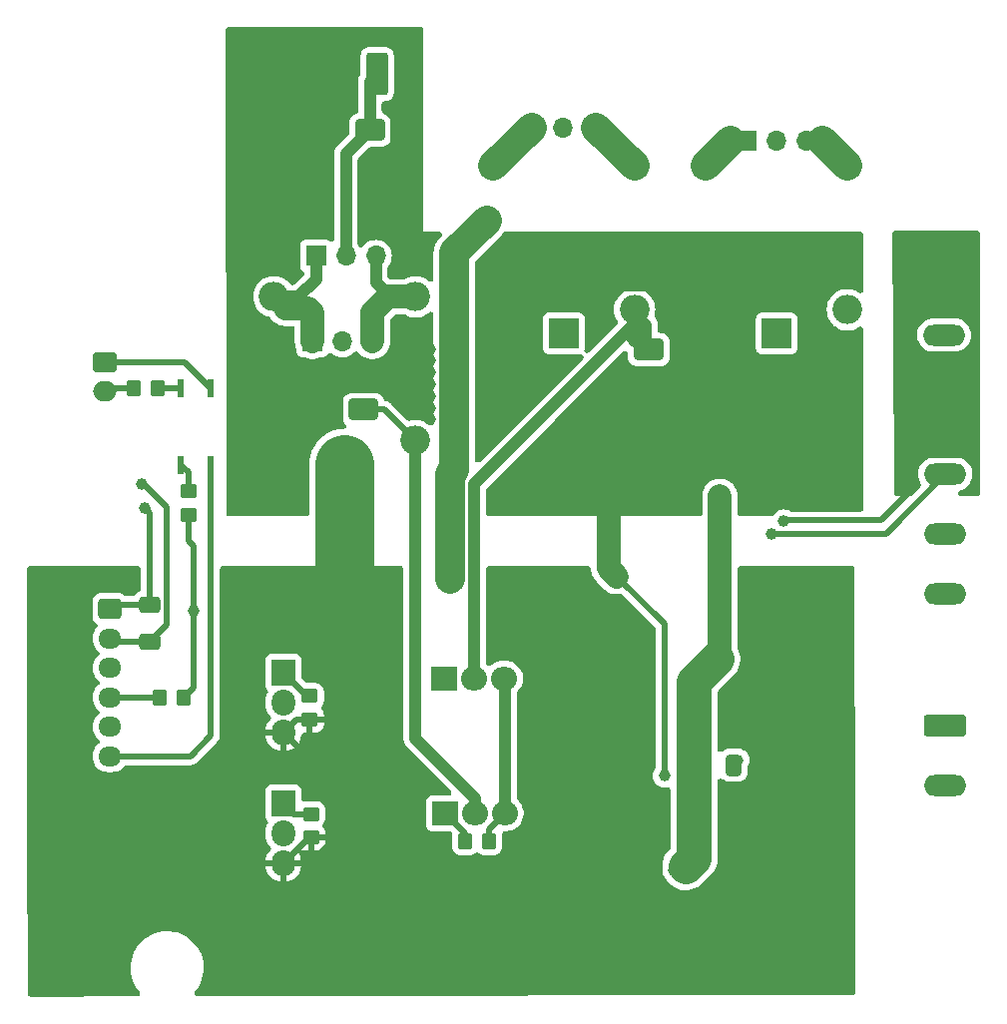
<source format=gbr>
G04 #@! TF.GenerationSoftware,KiCad,Pcbnew,7.0.9*
G04 #@! TF.CreationDate,2024-04-02T14:08:39+05:30*
G04 #@! TF.ProjectId,Chg_Dschg Controller,4368675f-4473-4636-9867-20436f6e7472,rev?*
G04 #@! TF.SameCoordinates,Original*
G04 #@! TF.FileFunction,Copper,L2,Bot*
G04 #@! TF.FilePolarity,Positive*
%FSLAX45Y45*%
G04 Gerber Fmt 4.5, Leading zero omitted, Abs format (unit mm)*
G04 Created by KiCad (PCBNEW 7.0.9) date 2024-04-02 14:08:39*
%MOMM*%
%LPD*%
G01*
G04 APERTURE LIST*
G04 Aperture macros list*
%AMRoundRect*
0 Rectangle with rounded corners*
0 $1 Rounding radius*
0 $2 $3 $4 $5 $6 $7 $8 $9 X,Y pos of 4 corners*
0 Add a 4 corners polygon primitive as box body*
4,1,4,$2,$3,$4,$5,$6,$7,$8,$9,$2,$3,0*
0 Add four circle primitives for the rounded corners*
1,1,$1+$1,$2,$3*
1,1,$1+$1,$4,$5*
1,1,$1+$1,$6,$7*
1,1,$1+$1,$8,$9*
0 Add four rect primitives between the rounded corners*
20,1,$1+$1,$2,$3,$4,$5,0*
20,1,$1+$1,$4,$5,$6,$7,0*
20,1,$1+$1,$6,$7,$8,$9,0*
20,1,$1+$1,$8,$9,$2,$3,0*%
G04 Aperture macros list end*
G04 #@! TA.AperFunction,ComponentPad*
%ADD10R,2.200000X2.000000*%
G04 #@! TD*
G04 #@! TA.AperFunction,ComponentPad*
%ADD11O,2.200000X2.000000*%
G04 #@! TD*
G04 #@! TA.AperFunction,ComponentPad*
%ADD12R,2.000000X2.200000*%
G04 #@! TD*
G04 #@! TA.AperFunction,ComponentPad*
%ADD13O,2.000000X2.200000*%
G04 #@! TD*
G04 #@! TA.AperFunction,ComponentPad*
%ADD14R,2.500000X2.500000*%
G04 #@! TD*
G04 #@! TA.AperFunction,ComponentPad*
%ADD15O,2.500000X2.500000*%
G04 #@! TD*
G04 #@! TA.AperFunction,ComponentPad*
%ADD16RoundRect,0.250000X-1.550000X0.650000X-1.550000X-0.650000X1.550000X-0.650000X1.550000X0.650000X0*%
G04 #@! TD*
G04 #@! TA.AperFunction,ComponentPad*
%ADD17O,3.600000X1.800000*%
G04 #@! TD*
G04 #@! TA.AperFunction,ComponentPad*
%ADD18RoundRect,0.250000X-0.750000X0.600000X-0.750000X-0.600000X0.750000X-0.600000X0.750000X0.600000X0*%
G04 #@! TD*
G04 #@! TA.AperFunction,ComponentPad*
%ADD19O,2.000000X1.700000*%
G04 #@! TD*
G04 #@! TA.AperFunction,ComponentPad*
%ADD20RoundRect,0.250000X0.650000X1.550000X-0.650000X1.550000X-0.650000X-1.550000X0.650000X-1.550000X0*%
G04 #@! TD*
G04 #@! TA.AperFunction,ComponentPad*
%ADD21O,1.800000X3.600000*%
G04 #@! TD*
G04 #@! TA.AperFunction,ComponentPad*
%ADD22RoundRect,0.250000X-0.725000X0.600000X-0.725000X-0.600000X0.725000X-0.600000X0.725000X0.600000X0*%
G04 #@! TD*
G04 #@! TA.AperFunction,ComponentPad*
%ADD23O,1.950000X1.700000*%
G04 #@! TD*
G04 #@! TA.AperFunction,SMDPad,CuDef*
%ADD24RoundRect,0.250000X0.450000X-0.350000X0.450000X0.350000X-0.450000X0.350000X-0.450000X-0.350000X0*%
G04 #@! TD*
G04 #@! TA.AperFunction,SMDPad,CuDef*
%ADD25RoundRect,0.250000X0.650000X-0.412500X0.650000X0.412500X-0.650000X0.412500X-0.650000X-0.412500X0*%
G04 #@! TD*
G04 #@! TA.AperFunction,SMDPad,CuDef*
%ADD26RoundRect,0.250000X0.350000X0.450000X-0.350000X0.450000X-0.350000X-0.450000X0.350000X-0.450000X0*%
G04 #@! TD*
G04 #@! TA.AperFunction,ComponentPad*
%ADD27R,1.700000X1.700000*%
G04 #@! TD*
G04 #@! TA.AperFunction,ComponentPad*
%ADD28O,1.700000X1.700000*%
G04 #@! TD*
G04 #@! TA.AperFunction,SMDPad,CuDef*
%ADD29RoundRect,0.250000X-1.000000X-0.650000X1.000000X-0.650000X1.000000X0.650000X-1.000000X0.650000X0*%
G04 #@! TD*
G04 #@! TA.AperFunction,SMDPad,CuDef*
%ADD30RoundRect,0.250000X1.000000X0.650000X-1.000000X0.650000X-1.000000X-0.650000X1.000000X-0.650000X0*%
G04 #@! TD*
G04 #@! TA.AperFunction,SMDPad,CuDef*
%ADD31RoundRect,0.250000X0.412500X0.650000X-0.412500X0.650000X-0.412500X-0.650000X0.412500X-0.650000X0*%
G04 #@! TD*
G04 #@! TA.AperFunction,SMDPad,CuDef*
%ADD32RoundRect,0.137500X-0.137500X0.662500X-0.137500X-0.662500X0.137500X-0.662500X0.137500X0.662500X0*%
G04 #@! TD*
G04 #@! TA.AperFunction,ViaPad*
%ADD33C,1.000000*%
G04 #@! TD*
G04 #@! TA.AperFunction,ViaPad*
%ADD34C,2.000000*%
G04 #@! TD*
G04 #@! TA.AperFunction,Conductor*
%ADD35C,0.500000*%
G04 #@! TD*
G04 #@! TA.AperFunction,Conductor*
%ADD36C,2.500000*%
G04 #@! TD*
G04 #@! TA.AperFunction,Conductor*
%ADD37C,3.000000*%
G04 #@! TD*
G04 #@! TA.AperFunction,Conductor*
%ADD38C,2.000000*%
G04 #@! TD*
G04 #@! TA.AperFunction,Conductor*
%ADD39C,1.000000*%
G04 #@! TD*
G04 #@! TA.AperFunction,Conductor*
%ADD40C,5.000000*%
G04 #@! TD*
G04 #@! TA.AperFunction,Conductor*
%ADD41C,1.500000*%
G04 #@! TD*
G04 APERTURE END LIST*
D10*
G04 #@! TO.P,Q2,1,G*
G04 #@! TO.N,Net-(D6-K)*
X7221000Y-8294500D03*
D11*
G04 #@! TO.P,Q2,2,D*
G04 #@! TO.N,Net-(D4-A)*
X7475000Y-8294500D03*
G04 #@! TO.P,Q2,3,S*
G04 #@! TO.N,Net-(D2-A)*
X7729000Y-8294500D03*
G04 #@! TD*
D10*
G04 #@! TO.P,Q3,1,G*
G04 #@! TO.N,Net-(D5-K)*
X7226000Y-9439500D03*
D11*
G04 #@! TO.P,Q3,2,D*
G04 #@! TO.N,Net-(D3-A)*
X7480000Y-9439500D03*
G04 #@! TO.P,Q3,3,S*
G04 #@! TO.N,Net-(D2-A)*
X7734000Y-9439500D03*
G04 #@! TD*
D12*
G04 #@! TO.P,Q1,1,G*
G04 #@! TO.N,Net-(D10-K)*
X5855500Y-9356000D03*
D13*
G04 #@! TO.P,Q1,2,D*
G04 #@! TO.N,Net-(D2-A)*
X5855500Y-9610000D03*
G04 #@! TO.P,Q1,3,S*
G04 #@! TO.N,-BATT*
X5855500Y-9864000D03*
G04 #@! TD*
D12*
G04 #@! TO.P,Q5,1,G*
G04 #@! TO.N,Net-(D11-K)*
X5855500Y-8246000D03*
D13*
G04 #@! TO.P,Q5,2,D*
G04 #@! TO.N,Net-(D2-A)*
X5855500Y-8500000D03*
G04 #@! TO.P,Q5,3,S*
G04 #@! TO.N,-BATT*
X5855500Y-8754000D03*
G04 #@! TD*
D14*
G04 #@! TO.P,K2,1*
G04 #@! TO.N,BOOSTOUT-*
X10040000Y-5367750D03*
D15*
G04 #@! TO.P,K2,2*
G04 #@! TO.N,Net-(D4-A)*
X10640000Y-5167750D03*
G04 #@! TO.P,K2,3*
G04 #@! TO.N,Net-(J8-Pin_3)*
X10640000Y-3947750D03*
G04 #@! TO.P,K2,4*
G04 #@! TO.N,Net-(J8-Pin_1)*
X9440000Y-3947750D03*
G04 #@! TO.P,K2,5*
G04 #@! TO.N,/12V*
X9440000Y-5167750D03*
G04 #@! TD*
D16*
G04 #@! TO.P,J4,1,Pin_1*
G04 #@! TO.N,Net-(J4-Pin_1)*
X11470750Y-8692750D03*
D17*
G04 #@! TO.P,J4,2,Pin_2*
G04 #@! TO.N,Net-(J4-Pin_2)*
X11470750Y-9200750D03*
G04 #@! TD*
D16*
G04 #@! TO.P,J3,1,Pin_1*
G04 #@! TO.N,BOOSTIN-*
X11460750Y-4872750D03*
D17*
G04 #@! TO.P,J3,2,Pin_2*
G04 #@! TO.N,BOOSTIN+*
X11460750Y-5380750D03*
G04 #@! TD*
D18*
G04 #@! TO.P,J2,1,Pin_1*
G04 #@! TO.N,Net-(J2-Pin_1)*
X4340000Y-5610000D03*
D19*
G04 #@! TO.P,J2,2,Pin_2*
G04 #@! TO.N,Net-(J2-Pin_2)*
X4340000Y-5860000D03*
G04 #@! TD*
D16*
G04 #@! TO.P,J10,1,Pin_1*
G04 #@! TO.N,BOOSTIN-*
X11470000Y-6055000D03*
D17*
G04 #@! TO.P,J10,2,Pin_2*
G04 #@! TO.N,BOOSTIN+*
X11470000Y-6563000D03*
G04 #@! TO.P,J10,3,Pin_3*
G04 #@! TO.N,BOOSTOUT-*
X11470000Y-7071000D03*
G04 #@! TO.P,J10,4,Pin_4*
G04 #@! TO.N,BOOSTOUT+*
X11470000Y-7579000D03*
G04 #@! TD*
D14*
G04 #@! TO.P,K1,1*
G04 #@! TO.N,-BATT*
X6375000Y-6477750D03*
D15*
G04 #@! TO.P,K1,2*
G04 #@! TO.N,Net-(D3-A)*
X6975000Y-6277750D03*
G04 #@! TO.P,K1,3*
G04 #@! TO.N,/NOR1*
X6975000Y-5057750D03*
G04 #@! TO.P,K1,4*
G04 #@! TO.N,/NCR1*
X5775000Y-5057750D03*
G04 #@! TO.P,K1,5*
G04 #@! TO.N,/12V*
X5775000Y-6277750D03*
G04 #@! TD*
D20*
G04 #@! TO.P,J5,1,Pin_1*
G04 #@! TO.N,Net-(D1-A)*
X6652250Y-3169250D03*
D21*
G04 #@! TO.P,J5,2,Pin_2*
G04 #@! TO.N,/12V*
X6144250Y-3169250D03*
G04 #@! TD*
D22*
G04 #@! TO.P,J1,1,Pin_1*
G04 #@! TO.N,BOOSTIN-*
X4383900Y-7705200D03*
D23*
G04 #@! TO.P,J1,2,Pin_2*
G04 #@! TO.N,/5V*
X4383900Y-7955200D03*
G04 #@! TO.P,J1,3,Pin_3*
G04 #@! TO.N,Net-(D11-K)*
X4383900Y-8205200D03*
G04 #@! TO.P,J1,4,Pin_4*
G04 #@! TO.N,Net-(J1-Pin_4)*
X4383900Y-8455200D03*
G04 #@! TO.P,J1,5,Pin_5*
G04 #@! TO.N,Net-(D10-K)*
X4383900Y-8705200D03*
G04 #@! TO.P,J1,6,Pin_6*
G04 #@! TO.N,Net-(J1-Pin_6)*
X4383900Y-8955200D03*
G04 #@! TD*
D14*
G04 #@! TO.P,K3,1*
G04 #@! TO.N,BOOSTOUT+*
X8235000Y-5367750D03*
D15*
G04 #@! TO.P,K3,2*
G04 #@! TO.N,Net-(D4-A)*
X8835000Y-5167750D03*
G04 #@! TO.P,K3,3*
G04 #@! TO.N,Net-(J9-Pin_3)*
X8835000Y-3947750D03*
G04 #@! TO.P,K3,4*
G04 #@! TO.N,Net-(J9-Pin_1)*
X7635000Y-3947750D03*
G04 #@! TO.P,K3,5*
G04 #@! TO.N,/12V*
X7635000Y-5167750D03*
G04 #@! TD*
D24*
G04 #@! TO.P,R7,1*
G04 #@! TO.N,-BATT*
X6090000Y-9645000D03*
G04 #@! TO.P,R7,2*
G04 #@! TO.N,Net-(D10-K)*
X6090000Y-9445000D03*
G04 #@! TD*
D25*
G04 #@! TO.P,C4,1*
G04 #@! TO.N,/5V*
X4720000Y-7986250D03*
G04 #@! TO.P,C4,2*
G04 #@! TO.N,BOOSTIN-*
X4720000Y-7673750D03*
G04 #@! TD*
D26*
G04 #@! TO.P,R5,1*
G04 #@! TO.N,Net-(D2-A)*
X7600000Y-9675000D03*
G04 #@! TO.P,R5,2*
G04 #@! TO.N,Net-(D5-K)*
X7400000Y-9675000D03*
G04 #@! TD*
D24*
G04 #@! TO.P,R8,1*
G04 #@! TO.N,+BATT*
X5050000Y-6905000D03*
G04 #@! TO.P,R8,2*
G04 #@! TO.N,Net-(R8-Pad2)*
X5050000Y-6705000D03*
G04 #@! TD*
D27*
G04 #@! TO.P,J6,1,Pin_1*
G04 #@! TO.N,/NCR1*
X6132500Y-4710000D03*
D28*
G04 #@! TO.P,J6,2,Pin_2*
G04 #@! TO.N,Net-(D1-A)*
X6386500Y-4710000D03*
G04 #@! TO.P,J6,3,Pin_3*
G04 #@! TO.N,/NOR1*
X6640500Y-4710000D03*
G04 #@! TD*
D29*
G04 #@! TO.P,D1,1,K*
G04 #@! TO.N,/12V*
X6190000Y-3643500D03*
G04 #@! TO.P,D1,2,A*
G04 #@! TO.N,Net-(D1-A)*
X6590000Y-3643500D03*
G04 #@! TD*
D27*
G04 #@! TO.P,J7,1,Pin_1*
G04 #@! TO.N,/NCR1*
X6102500Y-5435000D03*
D28*
G04 #@! TO.P,J7,2,Pin_2*
G04 #@! TO.N,Net-(J7-Pin_2)*
X6356500Y-5435000D03*
G04 #@! TO.P,J7,3,Pin_3*
G04 #@! TO.N,/NOR1*
X6610500Y-5435000D03*
G04 #@! TD*
D27*
G04 #@! TO.P,J8,1,Pin_1*
G04 #@! TO.N,Net-(J8-Pin_1)*
X9782500Y-3735000D03*
D28*
G04 #@! TO.P,J8,2,Pin_2*
G04 #@! TO.N,Net-(J7-Pin_2)*
X10036500Y-3735000D03*
G04 #@! TO.P,J8,3,Pin_3*
G04 #@! TO.N,Net-(J8-Pin_3)*
X10290500Y-3735000D03*
G04 #@! TD*
D30*
G04 #@! TO.P,D4,1,K*
G04 #@! TO.N,/12V*
X9355000Y-5505000D03*
G04 #@! TO.P,D4,2,A*
G04 #@! TO.N,Net-(D4-A)*
X8955000Y-5505000D03*
G04 #@! TD*
D24*
G04 #@! TO.P,R2,1*
G04 #@! TO.N,-BATT*
X6080000Y-8645000D03*
G04 #@! TO.P,R2,2*
G04 #@! TO.N,Net-(D11-K)*
X6080000Y-8445000D03*
G04 #@! TD*
D29*
G04 #@! TO.P,D3,1,K*
G04 #@! TO.N,/12V*
X6135000Y-6015000D03*
G04 #@! TO.P,D3,2,A*
G04 #@! TO.N,Net-(D3-A)*
X6535000Y-6015000D03*
G04 #@! TD*
D31*
G04 #@! TO.P,C5,1*
G04 #@! TO.N,+BATT*
X9676250Y-9030000D03*
G04 #@! TO.P,C5,2*
G04 #@! TO.N,Net-(D2-A)*
X9363750Y-9030000D03*
G04 #@! TD*
D26*
G04 #@! TO.P,R3,1*
G04 #@! TO.N,+BATT*
X5010000Y-8455000D03*
G04 #@! TO.P,R3,2*
G04 #@! TO.N,Net-(J1-Pin_4)*
X4810000Y-8455000D03*
G04 #@! TD*
D32*
G04 #@! TO.P,U1,1*
G04 #@! TO.N,Net-(R1-Pad1)*
X4988000Y-5835000D03*
G04 #@! TO.P,U1,3*
G04 #@! TO.N,Net-(J2-Pin_1)*
X5242000Y-5835000D03*
G04 #@! TO.P,U1,4*
G04 #@! TO.N,Net-(J1-Pin_6)*
X5242000Y-6485000D03*
G04 #@! TO.P,U1,6*
G04 #@! TO.N,Net-(R8-Pad2)*
X4988000Y-6485000D03*
G04 #@! TD*
D27*
G04 #@! TO.P,J9,1,Pin_1*
G04 #@! TO.N,Net-(J9-Pin_1)*
X7975000Y-3620000D03*
D28*
G04 #@! TO.P,J9,2,Pin_2*
G04 #@! TO.N,+BATT*
X8229000Y-3620000D03*
G04 #@! TO.P,J9,3,Pin_3*
G04 #@! TO.N,Net-(J9-Pin_3)*
X8483000Y-3620000D03*
G04 #@! TD*
D26*
G04 #@! TO.P,R1,1*
G04 #@! TO.N,Net-(R1-Pad1)*
X4790000Y-5835000D03*
G04 #@! TO.P,R1,2*
G04 #@! TO.N,Net-(J2-Pin_2)*
X4590000Y-5835000D03*
G04 #@! TD*
D33*
G04 #@! TO.N,+BATT*
X7270000Y-7450000D03*
X9710000Y-8990000D03*
X5095000Y-7725000D03*
X7580000Y-4410000D03*
G04 #@! TO.N,Net-(D2-A)*
X9570000Y-8035000D03*
X9340000Y-9800000D03*
X9240000Y-9780000D03*
X9270000Y-9890000D03*
X9440000Y-9820000D03*
X9170000Y-9920000D03*
X9380000Y-9910000D03*
X9560000Y-6750000D03*
X9250000Y-9990000D03*
G04 #@! TO.N,/12V*
X7100000Y-5700000D03*
X8615000Y-6780000D03*
X7550000Y-6100000D03*
X7100000Y-5500000D03*
X7550000Y-5600000D03*
X7550000Y-5700000D03*
X7550000Y-5900000D03*
X7550000Y-5500000D03*
X7100000Y-5800000D03*
X7100000Y-6100000D03*
X7550000Y-6000000D03*
X9090000Y-9120000D03*
X7100000Y-5600000D03*
X7100000Y-6000000D03*
X7100000Y-5900000D03*
X8685000Y-7430000D03*
X7550000Y-5800000D03*
G04 #@! TO.N,BOOSTIN+*
X10000000Y-7066250D03*
G04 #@! TO.N,BOOSTIN-*
X10100000Y-6961300D03*
X4680000Y-6850000D03*
G04 #@! TO.N,/5V*
X4654665Y-6648800D03*
D34*
G04 #@! TO.N,-BATT*
X10410000Y-8700000D03*
G04 #@! TD*
D35*
G04 #@! TO.N,+BATT*
X5010000Y-8455000D02*
X5095000Y-8370000D01*
X5095000Y-7725000D02*
X5095000Y-7985000D01*
X5050000Y-7130000D02*
X5095000Y-7175000D01*
X5095000Y-8370000D02*
X5095000Y-8350000D01*
X5095000Y-7175000D02*
X5095000Y-7725000D01*
X5050000Y-6905000D02*
X5050000Y-7130000D01*
X5095000Y-8350000D02*
X5095000Y-7985000D01*
D36*
X7270000Y-6560086D02*
X7270000Y-7450000D01*
X7305000Y-4685000D02*
X7305000Y-6525086D01*
X7305000Y-6525086D02*
X7270000Y-6560086D01*
X7580000Y-4410000D02*
X7305000Y-4685000D01*
D37*
G04 #@! TO.N,Net-(D2-A)*
X9340000Y-8820000D02*
X9340000Y-9800000D01*
X9340000Y-8820000D02*
X9340000Y-8320000D01*
X9340000Y-9800000D02*
X9340000Y-9820000D01*
D35*
X7600000Y-9675000D02*
X7600000Y-9573500D01*
X9560000Y-8025000D02*
X9570000Y-8035000D01*
X7600000Y-9573500D02*
X7734000Y-9439500D01*
D38*
X9560000Y-6750000D02*
X9560000Y-8025000D01*
D39*
X7734000Y-9439500D02*
X7734000Y-8299500D01*
D35*
X7734000Y-8299500D02*
X7729000Y-8294500D01*
D37*
X9340000Y-9820000D02*
X9270000Y-9890000D01*
X9340000Y-8320000D02*
X9530000Y-8130000D01*
D35*
G04 #@! TO.N,/12V*
X9260000Y-4987750D02*
X7815000Y-4987750D01*
X6135000Y-6015000D02*
X6037750Y-6015000D01*
X9440000Y-5167750D02*
X9260000Y-4987750D01*
X9090000Y-7835000D02*
X8685000Y-7430000D01*
X7815000Y-4987750D02*
X7635000Y-5167750D01*
D38*
X8615000Y-7360000D02*
X8685000Y-7430000D01*
D35*
X9355000Y-5252750D02*
X9440000Y-5167750D01*
X6190000Y-3643500D02*
X6190000Y-3215000D01*
X9090000Y-9120000D02*
X9090000Y-7835000D01*
X9355000Y-5505000D02*
X9355000Y-5252750D01*
X6037750Y-6015000D02*
X5775000Y-6277750D01*
X6190000Y-3215000D02*
X6144250Y-3169250D01*
D38*
X8615000Y-6780000D02*
X8615000Y-7360000D01*
D35*
G04 #@! TO.N,BOOSTIN+*
X10966750Y-7066250D02*
X11470000Y-6563000D01*
X10000000Y-7066250D02*
X10966750Y-7066250D01*
G04 #@! TO.N,BOOSTIN-*
X11172500Y-6707500D02*
X11172500Y-6352500D01*
X4720000Y-6890000D02*
X4680000Y-6850000D01*
X10925000Y-6955000D02*
X11172500Y-6707500D01*
X11172500Y-6352500D02*
X11470000Y-6055000D01*
X4415350Y-7673750D02*
X4383900Y-7705200D01*
X10106300Y-6955000D02*
X10925000Y-6955000D01*
X4720000Y-7673750D02*
X4720000Y-6890000D01*
X4720000Y-7673750D02*
X4415350Y-7673750D01*
X10100000Y-6961300D02*
X10106300Y-6955000D01*
G04 #@! TO.N,/5V*
X4865000Y-6843000D02*
X4865000Y-7841250D01*
X4720000Y-7986250D02*
X4414950Y-7986250D01*
X4865000Y-7841250D02*
X4720000Y-7986250D01*
X4654665Y-6648800D02*
X4670800Y-6648800D01*
X4414950Y-7986250D02*
X4383900Y-7955200D01*
X4670800Y-6648800D02*
X4865000Y-6843000D01*
D39*
G04 #@! TO.N,Net-(D1-A)*
X6386500Y-3847000D02*
X6590000Y-3643500D01*
X6590000Y-3643500D02*
X6590000Y-3231500D01*
D35*
X6590000Y-3231500D02*
X6652250Y-3169250D01*
D39*
X6386500Y-4710000D02*
X6386500Y-3847000D01*
G04 #@! TO.N,Net-(D3-A)*
X7480000Y-9310000D02*
X7480000Y-9439500D01*
X6975000Y-6277750D02*
X6975000Y-8805000D01*
X6975000Y-8805000D02*
X7480000Y-9310000D01*
D35*
X6535000Y-6015000D02*
X6712250Y-6015000D01*
X6712250Y-6015000D02*
X6975000Y-6277750D01*
D39*
G04 #@! TO.N,Net-(D4-A)*
X7475000Y-6645000D02*
X8745000Y-5375000D01*
D35*
X8835000Y-5375000D02*
X8835000Y-5285000D01*
X8955000Y-5505000D02*
X8875000Y-5505000D01*
X8930000Y-5262750D02*
X8835000Y-5167750D01*
X8955000Y-5505000D02*
X8955000Y-5350000D01*
X8930000Y-5350000D02*
X8910000Y-5350000D01*
X8837750Y-5287750D02*
X8835000Y-5285000D01*
X8805000Y-5355000D02*
X8765000Y-5355000D01*
X8810000Y-5440000D02*
X8790000Y-5420000D01*
X8940000Y-5390000D02*
X8955000Y-5405000D01*
X8835000Y-5415000D02*
X8835000Y-5375000D01*
D39*
X8795000Y-5325000D02*
X8835000Y-5285000D01*
D35*
X8930000Y-5350000D02*
X8930000Y-5262750D01*
X8955000Y-5350000D02*
X8955000Y-5287750D01*
D39*
X8745000Y-5375000D02*
X8765000Y-5355000D01*
D35*
X8900000Y-5350000D02*
X8835000Y-5285000D01*
X8890000Y-5440000D02*
X8890000Y-5390000D01*
X8890000Y-5340000D02*
X8835000Y-5285000D01*
X8790000Y-5420000D02*
X8835000Y-5375000D01*
X8790000Y-5420000D02*
X8745000Y-5375000D01*
X8955000Y-5505000D02*
X8890000Y-5440000D01*
X8890000Y-5360000D02*
X8890000Y-5340000D01*
X8795000Y-5325000D02*
X8855000Y-5325000D01*
X8955000Y-5405000D02*
X8890000Y-5340000D01*
X8890000Y-5390000D02*
X8890000Y-5360000D01*
X8835000Y-5415000D02*
X8890000Y-5360000D01*
X8955000Y-5350000D02*
X8930000Y-5350000D01*
X8955000Y-5505000D02*
X8805000Y-5355000D01*
X8835000Y-5285000D02*
X8835000Y-5167750D01*
D39*
X8765000Y-5355000D02*
X8795000Y-5325000D01*
D35*
X8910000Y-5350000D02*
X8900000Y-5350000D01*
X8955000Y-5505000D02*
X8955000Y-5405000D01*
X8900000Y-5287750D02*
X8900000Y-5340000D01*
X8955000Y-5505000D02*
X8795000Y-5345000D01*
X8955000Y-5287750D02*
X8900000Y-5287750D01*
X8810000Y-5440000D02*
X8835000Y-5415000D01*
X8890000Y-5390000D02*
X8940000Y-5390000D01*
X8855000Y-5325000D02*
X8890000Y-5360000D01*
D39*
X7475000Y-8294500D02*
X7475000Y-6645000D01*
D35*
X8955000Y-5287750D02*
X8835000Y-5167750D01*
X8795000Y-5345000D02*
X8795000Y-5325000D01*
X8900000Y-5287750D02*
X8837750Y-5287750D01*
X8875000Y-5505000D02*
X8810000Y-5440000D01*
X8900000Y-5340000D02*
X8910000Y-5350000D01*
G04 #@! TO.N,Net-(D5-K)*
X7400000Y-9675000D02*
X7400000Y-9613500D01*
X7400000Y-9613500D02*
X7226000Y-9439500D01*
G04 #@! TO.N,Net-(D11-K)*
X6054500Y-8445000D02*
X5855500Y-8246000D01*
X6080000Y-8445000D02*
X6054500Y-8445000D01*
G04 #@! TO.N,-BATT*
X6080000Y-8645000D02*
X5964500Y-8645000D01*
X6074500Y-9645000D02*
X5855500Y-9864000D01*
X6375000Y-7420000D02*
X6355000Y-7440000D01*
X6255000Y-9695000D02*
X6255000Y-9600000D01*
D40*
X6375000Y-6477750D02*
X6375000Y-7420000D01*
D35*
X6255000Y-9153500D02*
X5855500Y-8754000D01*
X5855500Y-9864000D02*
X6086000Y-9864000D01*
X6086000Y-9864000D02*
X6255000Y-9695000D01*
X5964500Y-8645000D02*
X5855500Y-8754000D01*
X6090000Y-9645000D02*
X6074500Y-9645000D01*
X6255000Y-9600000D02*
X6255000Y-9153500D01*
G04 #@! TO.N,Net-(J1-Pin_4)*
X4810000Y-8455000D02*
X4384100Y-8455000D01*
X4384100Y-8455000D02*
X4383900Y-8455200D01*
G04 #@! TO.N,Net-(J1-Pin_6)*
X5242000Y-6485000D02*
X5242000Y-8778000D01*
X5242000Y-8778000D02*
X5064800Y-8955200D01*
X5064800Y-8955200D02*
X4383900Y-8955200D01*
G04 #@! TO.N,Net-(J2-Pin_1)*
X5242000Y-5835000D02*
X5017000Y-5610000D01*
X5017000Y-5610000D02*
X4340000Y-5610000D01*
G04 #@! TO.N,Net-(J2-Pin_2)*
X4365000Y-5835000D02*
X4340000Y-5860000D01*
X4590000Y-5835000D02*
X4365000Y-5835000D01*
D39*
G04 #@! TO.N,/NCR1*
X6132500Y-4907500D02*
X6132500Y-4710000D01*
X5866125Y-5148875D02*
X5775000Y-5057750D01*
D35*
X6135000Y-4910000D02*
X6132500Y-4907500D01*
D38*
X6102500Y-5192500D02*
X6102500Y-5435000D01*
X5872250Y-5155000D02*
X6065000Y-5155000D01*
D39*
X5987250Y-5057750D02*
X6135000Y-4910000D01*
X5775000Y-5057750D02*
X5987250Y-5057750D01*
D35*
X6102500Y-5435000D02*
X6102500Y-5385250D01*
D39*
X5866125Y-5148875D02*
X5872250Y-5155000D01*
X6065000Y-5155000D02*
X6102500Y-5192500D01*
G04 #@! TO.N,/NOR1*
X6640500Y-4710000D02*
X6640500Y-4935500D01*
D38*
X6742250Y-5057750D02*
X6975000Y-5057750D01*
D39*
X6640500Y-4935500D02*
X6762750Y-5057750D01*
D35*
X6762750Y-5057750D02*
X6975000Y-5057750D01*
D38*
X6610500Y-5435000D02*
X6610500Y-5189500D01*
X6610500Y-5189500D02*
X6742250Y-5057750D01*
D35*
X6975000Y-5070500D02*
X6975000Y-5057750D01*
D41*
G04 #@! TO.N,Net-(J8-Pin_1)*
X9782500Y-3735000D02*
X9652750Y-3735000D01*
D36*
X9652750Y-3735000D02*
X9440000Y-3947750D01*
G04 #@! TO.N,Net-(J8-Pin_3)*
X10427250Y-3735000D02*
X10640000Y-3947750D01*
D41*
X10290500Y-3735000D02*
X10427250Y-3735000D01*
D36*
G04 #@! TO.N,Net-(J9-Pin_1)*
X7962750Y-3620000D02*
X7635000Y-3947750D01*
D35*
X7975000Y-3620000D02*
X7962750Y-3620000D01*
G04 #@! TO.N,Net-(J9-Pin_3)*
X8483000Y-3620000D02*
X8507250Y-3620000D01*
D36*
X8507250Y-3620000D02*
X8835000Y-3947750D01*
D35*
G04 #@! TO.N,BOOSTOUT+*
X11470000Y-7579000D02*
X11379000Y-7579000D01*
G04 #@! TO.N,Net-(R1-Pad1)*
X4790000Y-5835000D02*
X4988000Y-5835000D01*
G04 #@! TO.N,Net-(R8-Pad2)*
X5050000Y-6705000D02*
X5050000Y-6547000D01*
X5050000Y-6547000D02*
X4988000Y-6485000D01*
G04 #@! TO.N,Net-(D10-K)*
X4418700Y-8740000D02*
X4383900Y-8705200D01*
X6090000Y-9445000D02*
X5944500Y-9445000D01*
X5944500Y-9445000D02*
X5855500Y-9356000D01*
G04 #@! TD*
G04 #@! TA.AperFunction,Conductor*
G04 #@! TO.N,/12V*
G36*
X7029557Y-2771895D02*
G01*
X7037635Y-2777293D01*
X7043033Y-2785371D01*
X7044928Y-2794900D01*
X7044928Y-2794972D01*
X7040000Y-4505000D01*
X7040000Y-4505000D01*
X7177328Y-4505000D01*
X7186857Y-4506895D01*
X7194935Y-4512293D01*
X7200332Y-4520371D01*
X7202228Y-4529900D01*
X7200332Y-4539429D01*
X7194935Y-4547507D01*
X7183535Y-4558907D01*
X7176319Y-4565602D01*
X7176319Y-4565602D01*
X7170182Y-4573298D01*
X7163760Y-4580761D01*
X7162383Y-4582952D01*
X7161575Y-4584091D01*
X7159962Y-4586114D01*
X7159961Y-4586114D01*
X7155039Y-4594640D01*
X7149802Y-4602975D01*
X7149801Y-4602976D01*
X7148767Y-4605348D01*
X7148137Y-4606594D01*
X7146844Y-4608835D01*
X7143246Y-4618000D01*
X7139310Y-4627023D01*
X7138640Y-4629523D01*
X7138203Y-4630849D01*
X7137258Y-4633258D01*
X7137258Y-4633258D01*
X7135067Y-4642857D01*
X7132519Y-4652365D01*
X7132519Y-4652365D01*
X7132230Y-4654936D01*
X7131996Y-4656313D01*
X7131420Y-4658836D01*
X7131420Y-4658837D01*
X7130684Y-4668654D01*
X7129582Y-4678436D01*
X7129950Y-4688273D01*
X7129950Y-4905655D01*
X7128055Y-4915184D01*
X7122657Y-4923262D01*
X7114579Y-4928660D01*
X7105050Y-4930555D01*
X7095521Y-4928660D01*
X7088114Y-4923908D01*
X7084448Y-4920506D01*
X7062771Y-4905727D01*
X7062770Y-4905727D01*
X7039133Y-4894344D01*
X7039133Y-4894344D01*
X7039132Y-4894344D01*
X7014061Y-4886610D01*
X6988118Y-4882700D01*
X6961882Y-4882700D01*
X6941127Y-4885828D01*
X6935938Y-4886610D01*
X6921411Y-4891092D01*
X6910868Y-4894344D01*
X6910867Y-4894344D01*
X6910867Y-4894344D01*
X6888253Y-4905234D01*
X6878846Y-4907661D01*
X6877450Y-4907700D01*
X6765450Y-4907700D01*
X6755921Y-4905805D01*
X6747843Y-4900407D01*
X6742445Y-4892329D01*
X6740550Y-4882800D01*
X6740550Y-4810417D01*
X6742445Y-4800888D01*
X6745053Y-4796136D01*
X6757903Y-4777783D01*
X6767890Y-4756366D01*
X6774006Y-4733541D01*
X6776066Y-4710000D01*
X6776066Y-4709999D01*
X6774006Y-4686460D01*
X6774006Y-4686460D01*
X6774006Y-4686459D01*
X6767890Y-4663634D01*
X6762636Y-4652365D01*
X6757904Y-4642218D01*
X6757903Y-4642217D01*
X6749488Y-4630198D01*
X6744349Y-4622860D01*
X6727640Y-4606151D01*
X6723105Y-4602975D01*
X6708283Y-4592597D01*
X6701109Y-4589251D01*
X6686866Y-4582610D01*
X6686866Y-4582610D01*
X6664040Y-4576494D01*
X6640500Y-4574434D01*
X6640499Y-4574434D01*
X6616960Y-4576494D01*
X6594133Y-4582610D01*
X6594133Y-4582610D01*
X6572718Y-4592596D01*
X6572717Y-4592597D01*
X6553360Y-4606150D01*
X6536650Y-4622860D01*
X6533897Y-4626793D01*
X6526879Y-4633511D01*
X6517824Y-4637032D01*
X6508111Y-4636820D01*
X6499218Y-4632907D01*
X6493103Y-4626793D01*
X6491053Y-4623865D01*
X6487140Y-4614972D01*
X6486550Y-4609583D01*
X6486550Y-3898756D01*
X6488445Y-3889227D01*
X6493843Y-3881149D01*
X6584149Y-3790843D01*
X6592227Y-3785445D01*
X6601756Y-3783550D01*
X6695001Y-3783550D01*
X6695001Y-3783550D01*
X6705280Y-3782500D01*
X6721933Y-3776981D01*
X6736866Y-3767771D01*
X6749271Y-3755366D01*
X6758481Y-3740433D01*
X6764000Y-3723780D01*
X6765050Y-3713501D01*
X6765050Y-3573499D01*
X6764000Y-3563220D01*
X6758481Y-3546567D01*
X6749271Y-3531634D01*
X6736866Y-3519229D01*
X6721933Y-3510019D01*
X6721933Y-3510018D01*
X6721933Y-3510018D01*
X6707118Y-3505109D01*
X6698669Y-3500313D01*
X6692698Y-3492648D01*
X6690116Y-3483282D01*
X6690050Y-3481473D01*
X6690050Y-3424200D01*
X6691945Y-3414671D01*
X6697343Y-3406593D01*
X6705421Y-3401195D01*
X6714950Y-3399300D01*
X6722251Y-3399300D01*
X6722251Y-3399300D01*
X6732530Y-3398250D01*
X6749183Y-3392731D01*
X6764116Y-3383521D01*
X6776521Y-3371116D01*
X6785731Y-3356183D01*
X6791250Y-3339530D01*
X6792300Y-3329251D01*
X6792300Y-3009249D01*
X6791250Y-2998970D01*
X6785731Y-2982317D01*
X6776521Y-2967384D01*
X6764116Y-2954979D01*
X6749183Y-2945769D01*
X6749183Y-2945768D01*
X6749183Y-2945768D01*
X6749183Y-2945768D01*
X6732530Y-2940250D01*
X6732530Y-2940250D01*
X6732530Y-2940250D01*
X6722251Y-2939200D01*
X6722250Y-2939200D01*
X6582249Y-2939200D01*
X6571970Y-2940250D01*
X6555317Y-2945768D01*
X6540385Y-2954979D01*
X6527979Y-2967385D01*
X6518768Y-2982317D01*
X6513250Y-2998970D01*
X6513250Y-2998970D01*
X6512200Y-3009249D01*
X6512200Y-3160329D01*
X6510305Y-3169858D01*
X6507737Y-3174553D01*
X6502071Y-3182695D01*
X6494046Y-3201394D01*
X6489950Y-3221326D01*
X6489950Y-3481473D01*
X6488055Y-3491002D01*
X6482657Y-3499080D01*
X6474579Y-3504478D01*
X6472882Y-3505109D01*
X6458067Y-3510018D01*
X6443135Y-3519229D01*
X6430729Y-3531635D01*
X6421518Y-3546567D01*
X6416000Y-3563220D01*
X6416000Y-3563220D01*
X6414950Y-3573499D01*
X6414950Y-3666744D01*
X6413055Y-3676273D01*
X6407657Y-3684351D01*
X6316653Y-3775355D01*
X6310194Y-3781494D01*
X6306826Y-3786334D01*
X6306256Y-3787089D01*
X6302530Y-3791659D01*
X6302530Y-3791660D01*
X6301123Y-3794353D01*
X6300306Y-3795701D01*
X6298571Y-3798195D01*
X6298570Y-3798196D01*
X6296245Y-3803614D01*
X6295839Y-3804468D01*
X6293109Y-3809695D01*
X6293109Y-3809695D01*
X6292273Y-3812615D01*
X6291745Y-3814101D01*
X6290546Y-3816894D01*
X6290546Y-3816894D01*
X6289359Y-3822670D01*
X6289133Y-3823589D01*
X6287511Y-3829258D01*
X6287511Y-3829259D01*
X6287280Y-3832289D01*
X6287061Y-3833850D01*
X6286450Y-3836826D01*
X6286450Y-3842722D01*
X6286414Y-3843668D01*
X6285966Y-3849547D01*
X6285966Y-3849547D01*
X6285966Y-3849548D01*
X6286330Y-3852403D01*
X6286350Y-3852562D01*
X6286450Y-3854136D01*
X6286450Y-4564351D01*
X6284555Y-4573880D01*
X6279157Y-4581958D01*
X6271079Y-4587356D01*
X6261550Y-4589251D01*
X6252021Y-4587356D01*
X6246628Y-4584285D01*
X6241733Y-4580621D01*
X6241733Y-4580620D01*
X6234991Y-4578106D01*
X6228248Y-4575591D01*
X6222287Y-4574950D01*
X6042713Y-4574950D01*
X6042713Y-4574950D01*
X6042713Y-4574950D01*
X6041431Y-4575088D01*
X6036752Y-4575591D01*
X6036751Y-4575591D01*
X6023267Y-4580620D01*
X6011745Y-4589245D01*
X6011745Y-4589246D01*
X6003120Y-4600767D01*
X5998091Y-4614252D01*
X5997450Y-4620212D01*
X5997450Y-4799787D01*
X5997450Y-4799787D01*
X5998091Y-4805748D01*
X5998091Y-4805748D01*
X6003120Y-4819233D01*
X6011745Y-4830755D01*
X6020609Y-4837390D01*
X6022472Y-4838785D01*
X6028964Y-4846012D01*
X6032197Y-4855175D01*
X6032450Y-4858718D01*
X6032450Y-4860744D01*
X6030555Y-4870273D01*
X6025157Y-4878351D01*
X5953101Y-4950407D01*
X5945023Y-4955805D01*
X5935494Y-4957700D01*
X5931101Y-4957700D01*
X5921572Y-4955805D01*
X5913494Y-4950407D01*
X5911634Y-4948325D01*
X5903680Y-4938352D01*
X5903679Y-4938351D01*
X5884448Y-4920507D01*
X5862771Y-4905727D01*
X5862770Y-4905727D01*
X5839133Y-4894344D01*
X5839133Y-4894344D01*
X5839132Y-4894344D01*
X5814061Y-4886610D01*
X5788118Y-4882700D01*
X5761882Y-4882700D01*
X5741127Y-4885828D01*
X5735938Y-4886610D01*
X5721411Y-4891092D01*
X5710868Y-4894344D01*
X5710867Y-4894344D01*
X5710867Y-4894344D01*
X5687230Y-4905727D01*
X5687229Y-4905727D01*
X5665552Y-4920507D01*
X5646320Y-4938351D01*
X5646319Y-4938352D01*
X5629961Y-4958864D01*
X5616844Y-4981585D01*
X5616843Y-4981586D01*
X5607258Y-5006009D01*
X5601420Y-5031587D01*
X5601420Y-5031587D01*
X5599459Y-5057750D01*
X5601420Y-5083913D01*
X5601420Y-5083913D01*
X5601420Y-5083913D01*
X5602304Y-5087787D01*
X5607258Y-5109491D01*
X5616843Y-5133914D01*
X5616844Y-5133915D01*
X5629961Y-5156636D01*
X5646319Y-5177148D01*
X5646320Y-5177149D01*
X5663080Y-5192700D01*
X5665552Y-5194993D01*
X5672150Y-5199492D01*
X5687229Y-5209773D01*
X5687229Y-5209773D01*
X5687230Y-5209773D01*
X5695136Y-5213581D01*
X5710867Y-5221156D01*
X5710867Y-5221156D01*
X5710868Y-5221156D01*
X5733286Y-5228071D01*
X5741832Y-5232691D01*
X5745596Y-5236571D01*
X5746202Y-5237351D01*
X5746203Y-5237351D01*
X5761476Y-5256974D01*
X5761477Y-5256975D01*
X5761477Y-5256975D01*
X5779771Y-5273816D01*
X5779772Y-5273817D01*
X5787438Y-5278826D01*
X5800589Y-5287417D01*
X5823362Y-5297406D01*
X5847468Y-5303511D01*
X5847468Y-5303511D01*
X5847469Y-5303511D01*
X5866043Y-5305050D01*
X5866043Y-5305050D01*
X5927550Y-5305050D01*
X5937079Y-5306945D01*
X5945157Y-5312343D01*
X5950555Y-5320421D01*
X5952450Y-5329950D01*
X5952450Y-5441207D01*
X5953989Y-5459781D01*
X5953989Y-5459783D01*
X5960094Y-5483888D01*
X5965353Y-5495878D01*
X5967445Y-5505365D01*
X5967450Y-5505880D01*
X5967450Y-5524787D01*
X5967450Y-5524787D01*
X5968091Y-5530748D01*
X5968091Y-5530748D01*
X5972586Y-5542800D01*
X5973120Y-5544233D01*
X5981745Y-5555755D01*
X5993267Y-5564380D01*
X6006752Y-5569409D01*
X6012713Y-5570050D01*
X6030479Y-5570050D01*
X6040007Y-5571945D01*
X6041479Y-5572646D01*
X6042019Y-5572883D01*
X6065538Y-5580957D01*
X6065538Y-5580957D01*
X6065539Y-5580957D01*
X6090066Y-5585050D01*
X6114933Y-5585050D01*
X6139461Y-5580957D01*
X6139462Y-5580957D01*
X6139462Y-5580957D01*
X6148162Y-5577970D01*
X6162981Y-5572883D01*
X6162982Y-5572882D01*
X6163924Y-5572469D01*
X6163999Y-5572640D01*
X6171952Y-5570183D01*
X6174521Y-5570050D01*
X6192287Y-5570050D01*
X6192287Y-5570050D01*
X6198248Y-5569409D01*
X6211733Y-5564380D01*
X6223255Y-5555755D01*
X6231880Y-5544233D01*
X6231880Y-5544233D01*
X6232947Y-5542807D01*
X6233277Y-5543055D01*
X6237325Y-5538208D01*
X6245932Y-5533701D01*
X6255608Y-5532832D01*
X6264881Y-5535731D01*
X6268961Y-5538515D01*
X6269359Y-5538849D01*
X6269360Y-5538850D01*
X6288717Y-5552404D01*
X6310134Y-5562390D01*
X6332959Y-5568506D01*
X6332959Y-5568506D01*
X6332960Y-5568506D01*
X6356499Y-5570566D01*
X6356500Y-5570566D01*
X6356500Y-5570566D01*
X6380040Y-5568506D01*
X6380040Y-5568506D01*
X6380041Y-5568506D01*
X6402866Y-5562390D01*
X6424283Y-5552404D01*
X6443640Y-5538850D01*
X6455756Y-5526734D01*
X6463833Y-5521336D01*
X6473362Y-5519441D01*
X6482891Y-5521336D01*
X6490969Y-5526734D01*
X6491682Y-5527477D01*
X6508525Y-5545773D01*
X6508525Y-5545773D01*
X6508526Y-5545774D01*
X6508526Y-5545774D01*
X6508526Y-5545774D01*
X6528148Y-5561047D01*
X6528149Y-5561047D01*
X6528149Y-5561047D01*
X6550019Y-5572883D01*
X6553678Y-5574139D01*
X6573538Y-5580957D01*
X6573538Y-5580957D01*
X6573539Y-5580957D01*
X6598066Y-5585050D01*
X6622933Y-5585050D01*
X6647461Y-5580957D01*
X6647462Y-5580957D01*
X6647462Y-5580957D01*
X6656408Y-5577886D01*
X6670981Y-5572883D01*
X6692851Y-5561047D01*
X6712474Y-5545774D01*
X6729316Y-5527479D01*
X6729803Y-5526734D01*
X6734651Y-5519313D01*
X6742917Y-5506661D01*
X6752906Y-5483888D01*
X6759011Y-5459782D01*
X6760550Y-5441207D01*
X6760550Y-5261967D01*
X6762445Y-5252438D01*
X6767843Y-5244360D01*
X6797110Y-5215093D01*
X6805188Y-5209695D01*
X6814717Y-5207800D01*
X6877450Y-5207800D01*
X6886979Y-5209695D01*
X6888253Y-5210266D01*
X6910867Y-5221156D01*
X6910867Y-5221156D01*
X6910868Y-5221156D01*
X6935938Y-5228890D01*
X6961882Y-5232800D01*
X6961882Y-5232800D01*
X6988118Y-5232800D01*
X6988118Y-5232800D01*
X7014061Y-5228890D01*
X7039132Y-5221156D01*
X7062770Y-5209773D01*
X7084448Y-5194993D01*
X7088114Y-5191592D01*
X7096388Y-5186500D01*
X7105981Y-5184962D01*
X7115432Y-5187213D01*
X7123303Y-5192909D01*
X7128395Y-5201183D01*
X7129950Y-5209845D01*
X7129950Y-6125655D01*
X7128055Y-6135184D01*
X7122657Y-6143262D01*
X7114579Y-6148660D01*
X7105050Y-6150555D01*
X7095521Y-6148660D01*
X7088114Y-6143908D01*
X7084448Y-6140506D01*
X7062771Y-6125727D01*
X7062770Y-6125727D01*
X7039133Y-6114344D01*
X7039133Y-6114344D01*
X7039132Y-6114344D01*
X7014061Y-6106610D01*
X6988118Y-6102700D01*
X6961882Y-6102700D01*
X6948910Y-6104655D01*
X6935938Y-6106610D01*
X6935938Y-6106610D01*
X6930450Y-6108303D01*
X6920785Y-6109301D01*
X6911475Y-6106524D01*
X6905503Y-6102117D01*
X6770466Y-5967079D01*
X6768100Y-5964342D01*
X6767211Y-5963147D01*
X6767211Y-5963147D01*
X6763419Y-5959965D01*
X6762619Y-5959232D01*
X6762228Y-5958841D01*
X6762228Y-5958841D01*
X6762228Y-5958841D01*
X6759654Y-5956806D01*
X6753771Y-5951870D01*
X6753771Y-5951870D01*
X6752852Y-5951265D01*
X6751918Y-5950689D01*
X6751918Y-5950689D01*
X6744956Y-5947442D01*
X6738093Y-5943996D01*
X6738093Y-5943996D01*
X6738093Y-5943996D01*
X6737060Y-5943620D01*
X6736017Y-5943274D01*
X6728493Y-5941721D01*
X6723378Y-5940508D01*
X6714543Y-5936466D01*
X6707928Y-5929351D01*
X6705485Y-5924112D01*
X6703481Y-5918067D01*
X6694271Y-5903134D01*
X6681866Y-5890729D01*
X6666933Y-5881519D01*
X6666933Y-5881518D01*
X6666933Y-5881518D01*
X6666933Y-5881518D01*
X6650280Y-5876000D01*
X6650280Y-5876000D01*
X6650280Y-5876000D01*
X6640001Y-5874950D01*
X6640000Y-5874950D01*
X6429999Y-5874950D01*
X6419720Y-5876000D01*
X6403067Y-5881518D01*
X6388135Y-5890729D01*
X6375729Y-5903135D01*
X6366518Y-5918067D01*
X6361000Y-5934720D01*
X6361000Y-5934720D01*
X6359950Y-5944999D01*
X6359950Y-6085001D01*
X6361000Y-6095280D01*
X6365316Y-6108303D01*
X6366519Y-6111933D01*
X6375729Y-6126866D01*
X6384056Y-6135193D01*
X6389454Y-6143271D01*
X6391349Y-6152800D01*
X6389454Y-6162329D01*
X6384056Y-6170407D01*
X6375978Y-6175805D01*
X6366449Y-6177700D01*
X6357524Y-6177700D01*
X6353754Y-6178141D01*
X6322809Y-6181757D01*
X6322808Y-6181758D01*
X6288799Y-6189818D01*
X6255955Y-6201772D01*
X6255955Y-6201772D01*
X6245422Y-6207062D01*
X6224720Y-6217459D01*
X6224719Y-6217459D01*
X6195519Y-6236665D01*
X6195519Y-6236665D01*
X6168744Y-6259132D01*
X6144759Y-6284555D01*
X6123887Y-6312590D01*
X6123886Y-6312591D01*
X6106411Y-6342859D01*
X6101642Y-6353915D01*
X6092567Y-6374953D01*
X6092567Y-6374953D01*
X6092567Y-6374953D01*
X6082543Y-6408436D01*
X6076474Y-6442856D01*
X6076474Y-6442857D01*
X6074950Y-6469020D01*
X6074950Y-6895100D01*
X6073055Y-6904629D01*
X6067657Y-6912707D01*
X6059579Y-6918105D01*
X6050050Y-6920000D01*
X5394870Y-6920000D01*
X5385341Y-6918105D01*
X5377263Y-6912707D01*
X5371865Y-6904629D01*
X5369970Y-6895130D01*
X5369950Y-6878055D01*
X5365030Y-2794930D01*
X5366914Y-2785399D01*
X5372302Y-2777314D01*
X5380374Y-2771907D01*
X5389900Y-2770000D01*
X7020028Y-2770000D01*
X7029557Y-2771895D01*
G37*
G04 #@! TD.AperFunction*
G04 #@! TA.AperFunction,Conductor*
G36*
X10759629Y-4506895D02*
G01*
X10767707Y-4512293D01*
X10773105Y-4520371D01*
X10775000Y-4529900D01*
X10775000Y-5000815D01*
X10773105Y-5010343D01*
X10767707Y-5018422D01*
X10759629Y-5023819D01*
X10750100Y-5025715D01*
X10740571Y-5023819D01*
X10736073Y-5021388D01*
X10727770Y-5015727D01*
X10727770Y-5015727D01*
X10704133Y-5004344D01*
X10704133Y-5004344D01*
X10704132Y-5004344D01*
X10679062Y-4996610D01*
X10653118Y-4992700D01*
X10626882Y-4992700D01*
X10606127Y-4995828D01*
X10600938Y-4996610D01*
X10593023Y-4999052D01*
X10575868Y-5004344D01*
X10575868Y-5004344D01*
X10575867Y-5004344D01*
X10552230Y-5015727D01*
X10552229Y-5015727D01*
X10530552Y-5030507D01*
X10511321Y-5048351D01*
X10511319Y-5048352D01*
X10494961Y-5068864D01*
X10481844Y-5091585D01*
X10481843Y-5091586D01*
X10472258Y-5116009D01*
X10466420Y-5141587D01*
X10466420Y-5141587D01*
X10464459Y-5167750D01*
X10466420Y-5193913D01*
X10466420Y-5193913D01*
X10472258Y-5219491D01*
X10481843Y-5243914D01*
X10481844Y-5243915D01*
X10494961Y-5266636D01*
X10511319Y-5287148D01*
X10511321Y-5287149D01*
X10522002Y-5297060D01*
X10530552Y-5304993D01*
X10537151Y-5309492D01*
X10552229Y-5319773D01*
X10552229Y-5319773D01*
X10552230Y-5319773D01*
X10566184Y-5326493D01*
X10575867Y-5331156D01*
X10575867Y-5331156D01*
X10575868Y-5331156D01*
X10600939Y-5338890D01*
X10626882Y-5342800D01*
X10626882Y-5342800D01*
X10653118Y-5342800D01*
X10653118Y-5342800D01*
X10679062Y-5338890D01*
X10704132Y-5331156D01*
X10727770Y-5319773D01*
X10727771Y-5319773D01*
X10736073Y-5314112D01*
X10745014Y-5310310D01*
X10754729Y-5310219D01*
X10763740Y-5313853D01*
X10770673Y-5320659D01*
X10774475Y-5329599D01*
X10775000Y-5334685D01*
X10775000Y-6855050D01*
X10773105Y-6864579D01*
X10767707Y-6872657D01*
X10759629Y-6878055D01*
X10750100Y-6879950D01*
X10166284Y-6879950D01*
X10156755Y-6878055D01*
X10154546Y-6877010D01*
X10138473Y-6868419D01*
X10138473Y-6868418D01*
X10119613Y-6862697D01*
X10100000Y-6860766D01*
X10080387Y-6862697D01*
X10061527Y-6868418D01*
X10061527Y-6868419D01*
X10044146Y-6877709D01*
X10028912Y-6890211D01*
X10028911Y-6890212D01*
X10016409Y-6905446D01*
X10015665Y-6906838D01*
X10009501Y-6914348D01*
X10000933Y-6918928D01*
X9993705Y-6920000D01*
X9734950Y-6920000D01*
X9725421Y-6918105D01*
X9717343Y-6912707D01*
X9711945Y-6904629D01*
X9710050Y-6895100D01*
X9710050Y-6743793D01*
X9708511Y-6725219D01*
X9708511Y-6725218D01*
X9708511Y-6725218D01*
X9702406Y-6701112D01*
X9692417Y-6678339D01*
X9687100Y-6670200D01*
X9678817Y-6657522D01*
X9678816Y-6657521D01*
X9661975Y-6639227D01*
X9661975Y-6639226D01*
X9661974Y-6639226D01*
X9661708Y-6639019D01*
X9642351Y-6623953D01*
X9642351Y-6623953D01*
X9642351Y-6623953D01*
X9634650Y-6619785D01*
X9620481Y-6612117D01*
X9596962Y-6604043D01*
X9596961Y-6604043D01*
X9572434Y-6599950D01*
X9547567Y-6599950D01*
X9523039Y-6604043D01*
X9523038Y-6604043D01*
X9499519Y-6612117D01*
X9477649Y-6623953D01*
X9458026Y-6639226D01*
X9458025Y-6639227D01*
X9441184Y-6657521D01*
X9441183Y-6657522D01*
X9427583Y-6678339D01*
X9427583Y-6678340D01*
X9417594Y-6701112D01*
X9417594Y-6701112D01*
X9411489Y-6725217D01*
X9411489Y-6725219D01*
X9409950Y-6743793D01*
X9409950Y-6895100D01*
X9408055Y-6904629D01*
X9402657Y-6912707D01*
X9394579Y-6918105D01*
X9385050Y-6920000D01*
X7599950Y-6920000D01*
X7590421Y-6918105D01*
X7582343Y-6912707D01*
X7576945Y-6904629D01*
X7575050Y-6895100D01*
X7575050Y-6696756D01*
X7576945Y-6687227D01*
X7582343Y-6679149D01*
X8159375Y-6102117D01*
X8737443Y-5524049D01*
X8745521Y-5518651D01*
X8755050Y-5516756D01*
X8764579Y-5518651D01*
X8772657Y-5524049D01*
X8778055Y-5532127D01*
X8779950Y-5541656D01*
X8779950Y-5575001D01*
X8781000Y-5585280D01*
X8786519Y-5601933D01*
X8786519Y-5601933D01*
X8795729Y-5616866D01*
X8808134Y-5629271D01*
X8823067Y-5638481D01*
X8823067Y-5638481D01*
X8823067Y-5638481D01*
X8833484Y-5641933D01*
X8839720Y-5644000D01*
X8849999Y-5645050D01*
X9060001Y-5645050D01*
X9070280Y-5644000D01*
X9086933Y-5638481D01*
X9101866Y-5629271D01*
X9114271Y-5616866D01*
X9123481Y-5601933D01*
X9129000Y-5585280D01*
X9130050Y-5575001D01*
X9130050Y-5497537D01*
X9864950Y-5497537D01*
X9864950Y-5497537D01*
X9865087Y-5498814D01*
X9865591Y-5503498D01*
X9865591Y-5503498D01*
X9870620Y-5516983D01*
X9870620Y-5516983D01*
X9879245Y-5528505D01*
X9890767Y-5537130D01*
X9904252Y-5542159D01*
X9910213Y-5542800D01*
X10169787Y-5542800D01*
X10175748Y-5542159D01*
X10189233Y-5537130D01*
X10200755Y-5528505D01*
X10209380Y-5516983D01*
X10214409Y-5503498D01*
X10215050Y-5497537D01*
X10215050Y-5237963D01*
X10214409Y-5232002D01*
X10209380Y-5218517D01*
X10200755Y-5206995D01*
X10189233Y-5198370D01*
X10180179Y-5194993D01*
X10175748Y-5193341D01*
X10169787Y-5192700D01*
X9910213Y-5192700D01*
X9910213Y-5192700D01*
X9910213Y-5192700D01*
X9908931Y-5192838D01*
X9904252Y-5193341D01*
X9904252Y-5193341D01*
X9890767Y-5198370D01*
X9879246Y-5206995D01*
X9879245Y-5206996D01*
X9870620Y-5218517D01*
X9865591Y-5232002D01*
X9864950Y-5237962D01*
X9864950Y-5497537D01*
X9864950Y-5497537D01*
X9130050Y-5497537D01*
X9130050Y-5434999D01*
X9129000Y-5424720D01*
X9123481Y-5408067D01*
X9114271Y-5393134D01*
X9101866Y-5380729D01*
X9086933Y-5371519D01*
X9086933Y-5371519D01*
X9086933Y-5371518D01*
X9086933Y-5371518D01*
X9070280Y-5366000D01*
X9070280Y-5366000D01*
X9070280Y-5366000D01*
X9065140Y-5365475D01*
X9060001Y-5364950D01*
X9060001Y-5364950D01*
X9054950Y-5364950D01*
X9045421Y-5363055D01*
X9037343Y-5357657D01*
X9031945Y-5349579D01*
X9030050Y-5340050D01*
X9030050Y-5295031D01*
X9030313Y-5291422D01*
X9030529Y-5289948D01*
X9030399Y-5288463D01*
X9030346Y-5284846D01*
X9030433Y-5283357D01*
X9029573Y-5278478D01*
X9029431Y-5277402D01*
X9029062Y-5273180D01*
X9029000Y-5272470D01*
X9029000Y-5272470D01*
X9028777Y-5271392D01*
X9028524Y-5270325D01*
X9028524Y-5270325D01*
X9028524Y-5270325D01*
X9028515Y-5270298D01*
X9027391Y-5266105D01*
X9027387Y-5266079D01*
X9027386Y-5266079D01*
X9027386Y-5266078D01*
X9025425Y-5261532D01*
X9025039Y-5260518D01*
X9023481Y-5255817D01*
X9023481Y-5255816D01*
X9023016Y-5254819D01*
X9022524Y-5253838D01*
X9022508Y-5253815D01*
X9020448Y-5249994D01*
X9020438Y-5249969D01*
X9017481Y-5245998D01*
X9016871Y-5245100D01*
X9014271Y-5240884D01*
X9014271Y-5240884D01*
X9013590Y-5240023D01*
X9012883Y-5239180D01*
X9012863Y-5239161D01*
X9009977Y-5235919D01*
X9009961Y-5235897D01*
X9009961Y-5235897D01*
X9009095Y-5234733D01*
X9009255Y-5234614D01*
X9005095Y-5227977D01*
X9003477Y-5218397D01*
X9004091Y-5213581D01*
X9008580Y-5193913D01*
X9010541Y-5167750D01*
X9008580Y-5141587D01*
X9003845Y-5120839D01*
X9002742Y-5116009D01*
X8993157Y-5091586D01*
X8993157Y-5091586D01*
X8993157Y-5091586D01*
X8988727Y-5083913D01*
X8980039Y-5068864D01*
X8963681Y-5048352D01*
X8963679Y-5048351D01*
X8944448Y-5030507D01*
X8922771Y-5015727D01*
X8922770Y-5015727D01*
X8899133Y-5004344D01*
X8899133Y-5004344D01*
X8899132Y-5004344D01*
X8874062Y-4996610D01*
X8848118Y-4992700D01*
X8821882Y-4992700D01*
X8801127Y-4995828D01*
X8795938Y-4996610D01*
X8788023Y-4999052D01*
X8770868Y-5004344D01*
X8770868Y-5004344D01*
X8770867Y-5004344D01*
X8747230Y-5015727D01*
X8747229Y-5015727D01*
X8725552Y-5030507D01*
X8706321Y-5048351D01*
X8706319Y-5048352D01*
X8689961Y-5068864D01*
X8676844Y-5091585D01*
X8676843Y-5091586D01*
X8667258Y-5116009D01*
X8661420Y-5141587D01*
X8661420Y-5141587D01*
X8659459Y-5167750D01*
X8661420Y-5193913D01*
X8661420Y-5193913D01*
X8667258Y-5219491D01*
X8676843Y-5243914D01*
X8676844Y-5243915D01*
X8688428Y-5263980D01*
X8691551Y-5273180D01*
X8690916Y-5282874D01*
X8686619Y-5291588D01*
X8684471Y-5294037D01*
X8681448Y-5297059D01*
X8681448Y-5297060D01*
X8451116Y-5527391D01*
X8443038Y-5532789D01*
X8433509Y-5534684D01*
X8423981Y-5532789D01*
X8415902Y-5527391D01*
X8410505Y-5519313D01*
X8408609Y-5509784D01*
X8409277Y-5504058D01*
X8409409Y-5503499D01*
X8409409Y-5503498D01*
X8410050Y-5497537D01*
X8410050Y-5237963D01*
X8409409Y-5232002D01*
X8404380Y-5218517D01*
X8395755Y-5206995D01*
X8384233Y-5198370D01*
X8375179Y-5194993D01*
X8370748Y-5193341D01*
X8364787Y-5192700D01*
X8105213Y-5192700D01*
X8105213Y-5192700D01*
X8105213Y-5192700D01*
X8103931Y-5192838D01*
X8099252Y-5193341D01*
X8099251Y-5193341D01*
X8085767Y-5198370D01*
X8074245Y-5206995D01*
X8074245Y-5206996D01*
X8065620Y-5218517D01*
X8060591Y-5232002D01*
X8059950Y-5237962D01*
X8059950Y-5497537D01*
X8059950Y-5497537D01*
X8059950Y-5497537D01*
X8060087Y-5498814D01*
X8060591Y-5503498D01*
X8060591Y-5503498D01*
X8065620Y-5516983D01*
X8065620Y-5516983D01*
X8074245Y-5528505D01*
X8085767Y-5537130D01*
X8099252Y-5542159D01*
X8105213Y-5542800D01*
X8364787Y-5542800D01*
X8370748Y-5542159D01*
X8370749Y-5542159D01*
X8371307Y-5542027D01*
X8381016Y-5541680D01*
X8390119Y-5545075D01*
X8397230Y-5551695D01*
X8401267Y-5560532D01*
X8401614Y-5570241D01*
X8398219Y-5579344D01*
X8394642Y-5583866D01*
X7522557Y-6455951D01*
X7514479Y-6461348D01*
X7504950Y-6463244D01*
X7495421Y-6461348D01*
X7487343Y-6455951D01*
X7481945Y-6447873D01*
X7480050Y-6438344D01*
X7480050Y-4767822D01*
X7481945Y-4758293D01*
X7487343Y-4750215D01*
X7708410Y-4529148D01*
X7721240Y-4514240D01*
X7721240Y-4514240D01*
X7721740Y-4513658D01*
X7729393Y-4507672D01*
X7738753Y-4505070D01*
X7740614Y-4505000D01*
X10750100Y-4505000D01*
X10759629Y-4506895D01*
G37*
G04 #@! TD.AperFunction*
G04 #@! TD*
G04 #@! TA.AperFunction,Conductor*
G04 #@! TO.N,-BATT*
G36*
X4629579Y-7341895D02*
G01*
X4637657Y-7347293D01*
X4643055Y-7355371D01*
X4644950Y-7364900D01*
X4644950Y-7538787D01*
X4643055Y-7548315D01*
X4637657Y-7556394D01*
X4629579Y-7561791D01*
X4627882Y-7562423D01*
X4623067Y-7564018D01*
X4608134Y-7573229D01*
X4595729Y-7585634D01*
X4595729Y-7585635D01*
X4594966Y-7586872D01*
X4588350Y-7593987D01*
X4579515Y-7598029D01*
X4573773Y-7598700D01*
X4526351Y-7598700D01*
X4516822Y-7596805D01*
X4508744Y-7591407D01*
X4503266Y-7585929D01*
X4501473Y-7584823D01*
X4492694Y-7579408D01*
X4488333Y-7576719D01*
X4488333Y-7576718D01*
X4488333Y-7576718D01*
X4488333Y-7576718D01*
X4471680Y-7571200D01*
X4471680Y-7571200D01*
X4471680Y-7571200D01*
X4461401Y-7570150D01*
X4461401Y-7570150D01*
X4306399Y-7570150D01*
X4296120Y-7571200D01*
X4279467Y-7576718D01*
X4264535Y-7585929D01*
X4252129Y-7598335D01*
X4242918Y-7613267D01*
X4237400Y-7629920D01*
X4237400Y-7629920D01*
X4236350Y-7640199D01*
X4236350Y-7770201D01*
X4237400Y-7780480D01*
X4242919Y-7797133D01*
X4242919Y-7797133D01*
X4252129Y-7812066D01*
X4264534Y-7824471D01*
X4266557Y-7825718D01*
X4273672Y-7832334D01*
X4277714Y-7841168D01*
X4278067Y-7850877D01*
X4274678Y-7859983D01*
X4271092Y-7864518D01*
X4267550Y-7868060D01*
X4253997Y-7887417D01*
X4244010Y-7908834D01*
X4237894Y-7931660D01*
X4235834Y-7955199D01*
X4235834Y-7955200D01*
X4237894Y-7978740D01*
X4244010Y-8001566D01*
X4244010Y-8001567D01*
X4253996Y-8022982D01*
X4253997Y-8022983D01*
X4260661Y-8032501D01*
X4267551Y-8042340D01*
X4284260Y-8059049D01*
X4284260Y-8059050D01*
X4285336Y-8059803D01*
X4292055Y-8066821D01*
X4295576Y-8075876D01*
X4295364Y-8085590D01*
X4291451Y-8094482D01*
X4285336Y-8100597D01*
X4284260Y-8101350D01*
X4267550Y-8118060D01*
X4253997Y-8137417D01*
X4244010Y-8158834D01*
X4237894Y-8181660D01*
X4235834Y-8205199D01*
X4235834Y-8205200D01*
X4237894Y-8228740D01*
X4244010Y-8251566D01*
X4244010Y-8251567D01*
X4253996Y-8272982D01*
X4253997Y-8272983D01*
X4258629Y-8279599D01*
X4267551Y-8292340D01*
X4284260Y-8309049D01*
X4284260Y-8309050D01*
X4285336Y-8309803D01*
X4292055Y-8316821D01*
X4295576Y-8325876D01*
X4295364Y-8335590D01*
X4291451Y-8344482D01*
X4285336Y-8350597D01*
X4284260Y-8351350D01*
X4267550Y-8368060D01*
X4253997Y-8387417D01*
X4244010Y-8408834D01*
X4237894Y-8431660D01*
X4235834Y-8455199D01*
X4235834Y-8455201D01*
X4237894Y-8478740D01*
X4244010Y-8501566D01*
X4244010Y-8501567D01*
X4253996Y-8522982D01*
X4253997Y-8522983D01*
X4258945Y-8530050D01*
X4267551Y-8542340D01*
X4284260Y-8559050D01*
X4284260Y-8559050D01*
X4285336Y-8559803D01*
X4292055Y-8566822D01*
X4295576Y-8575876D01*
X4295364Y-8585590D01*
X4291451Y-8594482D01*
X4285336Y-8600597D01*
X4284260Y-8601350D01*
X4267550Y-8618060D01*
X4253997Y-8637417D01*
X4244010Y-8658834D01*
X4237894Y-8681660D01*
X4235834Y-8705199D01*
X4235834Y-8705201D01*
X4237894Y-8728740D01*
X4244010Y-8751566D01*
X4244010Y-8751567D01*
X4253996Y-8772982D01*
X4253997Y-8772983D01*
X4262121Y-8784586D01*
X4267551Y-8792340D01*
X4284260Y-8809050D01*
X4284260Y-8809050D01*
X4285336Y-8809803D01*
X4292055Y-8816822D01*
X4295576Y-8825876D01*
X4295364Y-8835590D01*
X4291451Y-8844482D01*
X4285336Y-8850597D01*
X4284260Y-8851350D01*
X4267550Y-8868060D01*
X4253997Y-8887417D01*
X4244010Y-8908834D01*
X4237894Y-8931660D01*
X4235834Y-8955199D01*
X4235834Y-8955201D01*
X4237894Y-8978740D01*
X4244010Y-9001566D01*
X4244010Y-9001567D01*
X4253996Y-9022982D01*
X4253997Y-9022983D01*
X4259118Y-9030297D01*
X4267551Y-9042340D01*
X4284260Y-9059050D01*
X4291539Y-9064146D01*
X4303617Y-9072603D01*
X4303617Y-9072604D01*
X4325034Y-9082590D01*
X4347859Y-9088706D01*
X4347860Y-9088706D01*
X4347860Y-9088706D01*
X4365503Y-9090250D01*
X4365503Y-9090250D01*
X4402297Y-9090250D01*
X4419940Y-9088706D01*
X4419940Y-9088706D01*
X4419941Y-9088706D01*
X4442766Y-9082590D01*
X4464183Y-9072604D01*
X4483540Y-9059050D01*
X4500250Y-9042340D01*
X4501280Y-9040868D01*
X4508299Y-9034150D01*
X4517354Y-9030628D01*
X4521677Y-9030250D01*
X5057519Y-9030250D01*
X5061128Y-9030513D01*
X5062602Y-9030729D01*
X5065831Y-9030446D01*
X5067535Y-9030297D01*
X5068621Y-9030250D01*
X5069171Y-9030250D01*
X5072428Y-9029869D01*
X5077529Y-9029423D01*
X5080080Y-9029200D01*
X5080080Y-9029200D01*
X5081154Y-9028978D01*
X5082225Y-9028724D01*
X5082226Y-9028724D01*
X5089442Y-9026097D01*
X5096733Y-9023681D01*
X5096734Y-9023681D01*
X5097731Y-9023216D01*
X5098711Y-9022724D01*
X5098712Y-9022724D01*
X5105128Y-9018503D01*
X5111666Y-9014471D01*
X5111666Y-9014471D01*
X5112526Y-9013791D01*
X5113369Y-9013083D01*
X5113370Y-9013083D01*
X5118639Y-9007498D01*
X5289921Y-8836216D01*
X5292658Y-8833851D01*
X5293853Y-8832961D01*
X5297037Y-8829166D01*
X5297769Y-8828368D01*
X5298159Y-8827978D01*
X5300192Y-8825406D01*
X5300329Y-8825243D01*
X5302544Y-8822604D01*
X5305130Y-8819521D01*
X5305131Y-8819520D01*
X5305733Y-8818605D01*
X5306311Y-8817668D01*
X5306311Y-8817668D01*
X5309556Y-8810709D01*
X5313004Y-8803843D01*
X5313004Y-8803843D01*
X5313380Y-8802809D01*
X5313725Y-8801768D01*
X5313725Y-8801768D01*
X5313726Y-8801767D01*
X5315278Y-8794247D01*
X5317050Y-8786772D01*
X5317050Y-8786771D01*
X5317177Y-8785682D01*
X5317273Y-8784586D01*
X5317273Y-8784586D01*
X5317273Y-8784586D01*
X5317050Y-8776910D01*
X5317050Y-8516207D01*
X5705450Y-8516207D01*
X5706989Y-8534781D01*
X5706989Y-8534783D01*
X5713057Y-8558744D01*
X5713094Y-8558888D01*
X5714970Y-8563165D01*
X5723082Y-8581660D01*
X5723083Y-8581661D01*
X5735454Y-8600597D01*
X5736684Y-8602479D01*
X5743767Y-8610173D01*
X5748826Y-8618467D01*
X5750326Y-8628066D01*
X5748038Y-8637508D01*
X5743767Y-8643901D01*
X5736723Y-8651553D01*
X5723127Y-8672363D01*
X5723127Y-8672363D01*
X5713141Y-8695128D01*
X5713141Y-8695129D01*
X5707039Y-8719225D01*
X5707039Y-8719226D01*
X5706229Y-8729000D01*
X5800500Y-8729000D01*
X5800500Y-8779000D01*
X5706229Y-8779000D01*
X5707039Y-8788774D01*
X5707039Y-8788775D01*
X5713141Y-8812871D01*
X5713141Y-8812872D01*
X5723127Y-8835637D01*
X5723127Y-8835637D01*
X5736723Y-8856448D01*
X5736723Y-8856448D01*
X5753559Y-8874736D01*
X5753560Y-8874737D01*
X5773176Y-8890005D01*
X5773177Y-8890006D01*
X5795039Y-8901837D01*
X5818551Y-8909908D01*
X5818551Y-8909908D01*
X5830500Y-8911902D01*
X5830500Y-8911902D01*
X5830500Y-8838485D01*
X5844205Y-8843356D01*
X5859289Y-8844388D01*
X5874091Y-8841312D01*
X5880500Y-8837991D01*
X5880500Y-8911902D01*
X5892449Y-8909908D01*
X5892449Y-8909908D01*
X5915961Y-8901837D01*
X5937823Y-8890006D01*
X5937824Y-8890005D01*
X5957440Y-8874737D01*
X5957441Y-8874736D01*
X5974277Y-8856448D01*
X5974277Y-8856448D01*
X5987873Y-8835637D01*
X5987873Y-8835637D01*
X5997859Y-8812872D01*
X5997859Y-8812871D01*
X6003961Y-8788775D01*
X6003961Y-8788774D01*
X6004867Y-8777844D01*
X6007543Y-8768504D01*
X6013589Y-8760899D01*
X6022085Y-8756187D01*
X6029682Y-8755000D01*
X6055000Y-8755000D01*
X6055000Y-8755000D01*
X6105000Y-8755000D01*
X6105000Y-8755000D01*
X6129997Y-8755000D01*
X6129998Y-8755000D01*
X6140270Y-8753951D01*
X6140270Y-8753950D01*
X6156912Y-8748436D01*
X6156912Y-8748436D01*
X6171834Y-8739232D01*
X6171834Y-8739232D01*
X6184231Y-8726835D01*
X6184232Y-8726834D01*
X6193436Y-8711912D01*
X6193436Y-8711912D01*
X6198950Y-8695270D01*
X6198950Y-8695269D01*
X6200000Y-8684998D01*
X6200000Y-8684997D01*
X6200000Y-8670000D01*
X6200000Y-8670000D01*
X6105000Y-8670000D01*
X6105000Y-8670000D01*
X6105000Y-8755000D01*
X6055000Y-8755000D01*
X6055000Y-8644900D01*
X6056895Y-8635371D01*
X6062293Y-8627293D01*
X6070371Y-8621895D01*
X6079900Y-8620000D01*
X6200000Y-8620000D01*
X6200000Y-8620000D01*
X6200000Y-8605003D01*
X6200000Y-8605002D01*
X6198950Y-8594730D01*
X6198950Y-8594730D01*
X6193436Y-8578088D01*
X6193436Y-8578088D01*
X6184232Y-8563166D01*
X6184231Y-8563165D01*
X6183708Y-8562642D01*
X6178311Y-8554564D01*
X6176415Y-8545035D01*
X6178311Y-8535507D01*
X6183708Y-8527429D01*
X6184271Y-8526866D01*
X6193481Y-8511933D01*
X6199000Y-8495280D01*
X6200050Y-8485001D01*
X6200050Y-8404999D01*
X6199000Y-8394720D01*
X6193481Y-8378067D01*
X6184271Y-8363134D01*
X6171866Y-8350729D01*
X6171651Y-8350597D01*
X6168244Y-8348495D01*
X6156933Y-8341519D01*
X6156933Y-8341518D01*
X6156933Y-8341518D01*
X6156933Y-8341518D01*
X6140280Y-8336000D01*
X6140280Y-8336000D01*
X6140280Y-8336000D01*
X6135140Y-8335475D01*
X6130001Y-8334950D01*
X6130001Y-8334950D01*
X6060901Y-8334950D01*
X6051372Y-8333055D01*
X6043294Y-8327657D01*
X6012843Y-8297206D01*
X6007445Y-8289128D01*
X6005550Y-8279599D01*
X6005550Y-8131213D01*
X6005550Y-8131213D01*
X6004909Y-8125252D01*
X5999880Y-8111767D01*
X5991255Y-8100245D01*
X5979733Y-8091620D01*
X5968331Y-8087368D01*
X5966248Y-8086591D01*
X5960287Y-8085950D01*
X5750713Y-8085950D01*
X5750713Y-8085950D01*
X5750713Y-8085950D01*
X5749431Y-8086088D01*
X5744752Y-8086591D01*
X5744751Y-8086591D01*
X5731267Y-8091620D01*
X5719745Y-8100245D01*
X5719745Y-8100245D01*
X5711120Y-8111767D01*
X5706091Y-8125252D01*
X5705450Y-8131212D01*
X5705450Y-8360786D01*
X5705450Y-8360787D01*
X5706091Y-8366748D01*
X5706091Y-8366748D01*
X5711120Y-8380233D01*
X5720500Y-8392762D01*
X5724693Y-8401526D01*
X5725213Y-8411228D01*
X5723369Y-8417686D01*
X5713094Y-8441112D01*
X5713093Y-8441113D01*
X5706989Y-8465217D01*
X5706989Y-8465219D01*
X5705450Y-8483793D01*
X5705450Y-8516207D01*
X5317050Y-8516207D01*
X5317050Y-7364900D01*
X5318945Y-7355371D01*
X5324343Y-7347293D01*
X5332421Y-7341895D01*
X5341950Y-7340000D01*
X6850050Y-7340000D01*
X6859579Y-7341895D01*
X6867657Y-7347293D01*
X6873055Y-7355371D01*
X6874950Y-7364900D01*
X6874950Y-8803728D01*
X6874724Y-8812636D01*
X6874724Y-8812636D01*
X6875765Y-8818441D01*
X6875896Y-8819378D01*
X6876492Y-8825243D01*
X6877402Y-8828143D01*
X6877778Y-8829674D01*
X6877872Y-8830200D01*
X6878314Y-8832665D01*
X6878314Y-8832666D01*
X6880501Y-8838140D01*
X6880818Y-8839031D01*
X6882529Y-8844482D01*
X6882584Y-8844659D01*
X6882584Y-8844660D01*
X6884058Y-8847315D01*
X6884735Y-8848740D01*
X6885862Y-8851561D01*
X6885863Y-8851562D01*
X6889107Y-8856485D01*
X6889597Y-8857294D01*
X6892459Y-8862450D01*
X6894438Y-8864755D01*
X6895388Y-8866015D01*
X6897060Y-8868552D01*
X6901230Y-8872722D01*
X6901873Y-8873416D01*
X6903007Y-8874737D01*
X6905713Y-8877890D01*
X6908116Y-8879749D01*
X6909299Y-8880791D01*
X7275451Y-9246943D01*
X7280848Y-9255021D01*
X7282744Y-9264550D01*
X7280848Y-9274079D01*
X7275451Y-9282157D01*
X7267373Y-9287555D01*
X7257844Y-9289450D01*
X7111213Y-9289450D01*
X7111213Y-9289450D01*
X7111213Y-9289450D01*
X7109931Y-9289588D01*
X7105252Y-9290091D01*
X7105251Y-9290091D01*
X7091767Y-9295120D01*
X7080245Y-9303745D01*
X7080245Y-9303746D01*
X7071620Y-9315267D01*
X7066591Y-9328752D01*
X7065950Y-9334712D01*
X7065950Y-9544287D01*
X7065950Y-9544287D01*
X7066591Y-9550248D01*
X7066591Y-9550248D01*
X7071409Y-9563166D01*
X7071620Y-9563733D01*
X7080245Y-9575255D01*
X7091767Y-9583880D01*
X7105252Y-9588909D01*
X7111213Y-9589550D01*
X7259599Y-9589550D01*
X7269128Y-9591445D01*
X7277206Y-9596843D01*
X7283012Y-9602649D01*
X7288409Y-9610727D01*
X7290305Y-9620256D01*
X7290176Y-9622785D01*
X7289950Y-9624999D01*
X7289950Y-9725000D01*
X7289950Y-9725001D01*
X7291000Y-9735280D01*
X7296518Y-9751933D01*
X7296519Y-9751933D01*
X7305729Y-9766866D01*
X7318134Y-9779271D01*
X7333067Y-9788481D01*
X7333067Y-9788482D01*
X7333067Y-9788482D01*
X7346266Y-9792855D01*
X7349720Y-9794000D01*
X7359999Y-9795050D01*
X7440001Y-9795050D01*
X7450280Y-9794000D01*
X7466933Y-9788481D01*
X7481866Y-9779271D01*
X7482393Y-9778743D01*
X7490471Y-9773346D01*
X7500000Y-9771451D01*
X7509529Y-9773346D01*
X7517607Y-9778743D01*
X7518134Y-9779271D01*
X7533067Y-9788481D01*
X7533067Y-9788482D01*
X7533067Y-9788482D01*
X7546266Y-9792855D01*
X7549720Y-9794000D01*
X7559999Y-9795050D01*
X7640001Y-9795050D01*
X7650280Y-9794000D01*
X7666933Y-9788481D01*
X7681866Y-9779271D01*
X7694271Y-9766866D01*
X7703481Y-9751933D01*
X7709000Y-9735280D01*
X7710050Y-9725001D01*
X7710050Y-9624999D01*
X7709231Y-9616980D01*
X7710148Y-9607309D01*
X7714697Y-9598724D01*
X7722184Y-9592533D01*
X7731471Y-9589679D01*
X7734002Y-9589550D01*
X7750207Y-9589550D01*
X7768781Y-9588011D01*
X7768781Y-9588011D01*
X7768782Y-9588011D01*
X7792888Y-9581906D01*
X7815661Y-9571917D01*
X7831469Y-9561589D01*
X7836478Y-9558317D01*
X7836478Y-9558317D01*
X7836478Y-9558316D01*
X7854774Y-9541474D01*
X7870047Y-9521851D01*
X7881883Y-9499981D01*
X7889957Y-9476461D01*
X7894050Y-9451934D01*
X7894050Y-9427067D01*
X7889957Y-9402539D01*
X7889957Y-9402538D01*
X7889957Y-9402538D01*
X7881883Y-9379019D01*
X7880716Y-9376863D01*
X7870047Y-9357149D01*
X7870047Y-9357149D01*
X7870047Y-9357149D01*
X7854774Y-9337526D01*
X7854774Y-9337526D01*
X7854774Y-9337526D01*
X7842085Y-9325845D01*
X7836359Y-9317997D01*
X7834071Y-9308555D01*
X7834050Y-9307526D01*
X7834050Y-8421871D01*
X7835945Y-8412343D01*
X7841343Y-8404264D01*
X7842086Y-8403552D01*
X7849773Y-8396475D01*
X7849774Y-8396474D01*
X7865047Y-8376851D01*
X7876883Y-8354981D01*
X7883540Y-8335590D01*
X7884957Y-8331462D01*
X7884957Y-8331462D01*
X7884957Y-8331461D01*
X7889050Y-8306933D01*
X7889050Y-8282066D01*
X7884957Y-8257539D01*
X7884957Y-8257538D01*
X7884957Y-8257538D01*
X7876883Y-8234019D01*
X7872607Y-8226119D01*
X7865047Y-8212149D01*
X7865047Y-8212149D01*
X7865047Y-8212148D01*
X7849774Y-8192526D01*
X7849774Y-8192526D01*
X7849774Y-8192526D01*
X7849773Y-8192525D01*
X7849773Y-8192525D01*
X7831478Y-8175684D01*
X7831478Y-8175683D01*
X7811339Y-8162526D01*
X7810661Y-8162083D01*
X7810660Y-8162082D01*
X7810660Y-8162082D01*
X7800704Y-8157715D01*
X7787888Y-8152094D01*
X7787888Y-8152094D01*
X7787888Y-8152094D01*
X7787887Y-8152093D01*
X7763783Y-8145989D01*
X7763781Y-8145989D01*
X7745207Y-8144450D01*
X7745207Y-8144450D01*
X7712793Y-8144450D01*
X7712793Y-8144450D01*
X7694219Y-8145989D01*
X7694217Y-8145989D01*
X7670112Y-8152093D01*
X7670112Y-8152094D01*
X7647340Y-8162082D01*
X7647339Y-8162083D01*
X7626522Y-8175683D01*
X7626521Y-8175684D01*
X7618864Y-8182733D01*
X7610570Y-8187792D01*
X7600971Y-8189292D01*
X7591528Y-8187004D01*
X7585135Y-8182732D01*
X7583085Y-8180845D01*
X7577358Y-8172996D01*
X7575071Y-8163554D01*
X7575050Y-8162526D01*
X7575050Y-7364900D01*
X7576945Y-7355371D01*
X7582343Y-7347293D01*
X7590421Y-7341895D01*
X7599950Y-7340000D01*
X8440050Y-7340000D01*
X8449579Y-7341895D01*
X8457657Y-7347293D01*
X8463055Y-7355371D01*
X8464950Y-7364900D01*
X8464950Y-7366207D01*
X8465206Y-7369299D01*
X8465592Y-7378623D01*
X8466073Y-7380918D01*
X8466296Y-7382446D01*
X8466489Y-7384782D01*
X8466489Y-7384782D01*
X8468780Y-7393829D01*
X8470695Y-7402961D01*
X8470695Y-7402961D01*
X8471547Y-7405144D01*
X8472018Y-7406614D01*
X8472594Y-7408888D01*
X8472594Y-7408888D01*
X8476342Y-7417433D01*
X8479734Y-7426127D01*
X8479735Y-7426127D01*
X8480934Y-7428141D01*
X8481641Y-7429514D01*
X8482326Y-7431075D01*
X8482583Y-7431661D01*
X8485563Y-7436222D01*
X8487686Y-7439472D01*
X8492464Y-7447490D01*
X8493979Y-7449278D01*
X8494901Y-7450516D01*
X8496184Y-7452478D01*
X8502503Y-7459343D01*
X8504510Y-7461713D01*
X8504510Y-7461713D01*
X8506705Y-7463908D01*
X8512873Y-7470608D01*
X8513026Y-7470774D01*
X8513026Y-7470774D01*
X8514875Y-7472213D01*
X8516033Y-7473236D01*
X8583288Y-7540490D01*
X8597510Y-7552536D01*
X8597511Y-7552537D01*
X8602257Y-7555365D01*
X8618873Y-7565265D01*
X8618873Y-7565266D01*
X8618873Y-7565266D01*
X8618873Y-7565266D01*
X8642038Y-7574305D01*
X8642038Y-7574305D01*
X8642039Y-7574305D01*
X8642039Y-7574305D01*
X8642039Y-7574305D01*
X8645311Y-7574991D01*
X8666376Y-7579408D01*
X8691222Y-7580436D01*
X8691222Y-7580436D01*
X8691222Y-7580436D01*
X8712999Y-7577721D01*
X8722689Y-7578423D01*
X8731373Y-7582780D01*
X8733686Y-7584823D01*
X9007657Y-7858794D01*
X9013055Y-7866872D01*
X9014950Y-7876401D01*
X9014950Y-9044830D01*
X9013055Y-9054358D01*
X9009298Y-9060626D01*
X9006409Y-9064146D01*
X8997119Y-9081527D01*
X8997119Y-9081527D01*
X8991398Y-9100387D01*
X8989466Y-9120000D01*
X8991398Y-9139613D01*
X8997119Y-9158473D01*
X8997119Y-9158473D01*
X9006409Y-9175854D01*
X9006409Y-9175854D01*
X9018912Y-9191088D01*
X9024836Y-9195950D01*
X9034146Y-9203591D01*
X9051527Y-9212881D01*
X9051527Y-9212881D01*
X9051527Y-9212881D01*
X9070387Y-9218602D01*
X9090000Y-9220534D01*
X9109613Y-9218602D01*
X9109615Y-9218602D01*
X9110191Y-9218487D01*
X9110782Y-9218487D01*
X9110831Y-9218483D01*
X9110831Y-9218487D01*
X9119907Y-9218487D01*
X9128883Y-9222205D01*
X9135753Y-9229074D01*
X9139471Y-9238050D01*
X9139950Y-9242909D01*
X9139950Y-9726823D01*
X9138055Y-9736351D01*
X9132657Y-9744430D01*
X9123491Y-9753596D01*
X9109443Y-9769808D01*
X9109443Y-9769808D01*
X9093972Y-9793881D01*
X9093971Y-9793882D01*
X9082085Y-9819911D01*
X9082084Y-9819911D01*
X9082084Y-9819911D01*
X9079960Y-9827146D01*
X9074022Y-9847368D01*
X9070777Y-9869939D01*
X9069950Y-9875692D01*
X9069950Y-9904308D01*
X9070151Y-9905705D01*
X9070284Y-9911689D01*
X9069466Y-9920000D01*
X9069466Y-9920000D01*
X9071398Y-9939613D01*
X9077119Y-9958473D01*
X9077119Y-9958473D01*
X9086409Y-9975854D01*
X9090835Y-9981247D01*
X9093429Y-9985403D01*
X9093546Y-9985339D01*
X9093972Y-9986119D01*
X9109443Y-10010192D01*
X9109443Y-10010192D01*
X9128181Y-10031817D01*
X9128182Y-10031818D01*
X9149808Y-10050557D01*
X9173881Y-10066028D01*
X9190126Y-10073447D01*
X9199910Y-10077915D01*
X9199910Y-10077915D01*
X9199911Y-10077916D01*
X9202611Y-10078708D01*
X9207333Y-10080640D01*
X9211527Y-10082881D01*
X9230387Y-10088602D01*
X9250000Y-10090534D01*
X9253141Y-10090225D01*
X9254306Y-10090110D01*
X9255527Y-10090050D01*
X9284308Y-10090050D01*
X9312632Y-10085978D01*
X9312631Y-10085978D01*
X9312632Y-10085978D01*
X9340089Y-10077916D01*
X9366119Y-10066028D01*
X9390192Y-10050557D01*
X9401171Y-10041043D01*
X9406404Y-10036509D01*
X9486509Y-9956405D01*
X9491573Y-9951340D01*
X9491574Y-9951340D01*
X9495601Y-9945960D01*
X9496156Y-9945271D01*
X9500557Y-9940192D01*
X9504192Y-9934536D01*
X9504695Y-9933812D01*
X9508723Y-9928432D01*
X9511943Y-9922533D01*
X9512394Y-9921773D01*
X9516028Y-9916119D01*
X9518820Y-9910005D01*
X9519216Y-9909214D01*
X9522437Y-9903316D01*
X9524785Y-9897019D01*
X9525123Y-9896203D01*
X9527916Y-9890089D01*
X9529809Y-9883641D01*
X9530088Y-9882802D01*
X9532437Y-9876505D01*
X9533866Y-9869937D01*
X9534084Y-9869080D01*
X9535978Y-9862632D01*
X9536934Y-9855983D01*
X9537091Y-9855108D01*
X9538520Y-9848543D01*
X9538999Y-9841838D01*
X9539094Y-9840958D01*
X9540050Y-9834308D01*
X9540050Y-9827146D01*
X9540050Y-9827145D01*
X9540050Y-9825527D01*
X9540110Y-9824306D01*
X9540534Y-9820000D01*
X9540534Y-9820000D01*
X9540110Y-9815694D01*
X9540050Y-9814473D01*
X9540050Y-9166301D01*
X9541945Y-9156772D01*
X9547343Y-9148694D01*
X9555421Y-9143296D01*
X9564950Y-9141401D01*
X9574479Y-9143296D01*
X9582557Y-9148693D01*
X9588134Y-9154271D01*
X9603067Y-9163481D01*
X9603067Y-9163482D01*
X9603067Y-9163482D01*
X9619431Y-9168904D01*
X9619720Y-9169000D01*
X9629999Y-9170050D01*
X9722501Y-9170050D01*
X9732780Y-9169000D01*
X9749433Y-9163481D01*
X9764366Y-9154271D01*
X9776771Y-9141866D01*
X9785981Y-9126933D01*
X9791500Y-9110280D01*
X9792550Y-9100001D01*
X9792550Y-9054039D01*
X9794445Y-9044510D01*
X9795490Y-9042302D01*
X9802881Y-9028473D01*
X9808602Y-9009613D01*
X9810534Y-8990000D01*
X9808602Y-8970387D01*
X9802881Y-8951527D01*
X9802881Y-8951527D01*
X9802881Y-8951527D01*
X9793591Y-8934146D01*
X9781089Y-8918912D01*
X9781088Y-8918912D01*
X9781088Y-8918911D01*
X9781088Y-8918911D01*
X9765854Y-8906409D01*
X9765854Y-8906409D01*
X9763303Y-8905046D01*
X9762636Y-8904662D01*
X9760311Y-8903228D01*
X9749433Y-8896519D01*
X9749433Y-8896518D01*
X9749433Y-8896518D01*
X9732780Y-8891000D01*
X9732780Y-8891000D01*
X9732780Y-8891000D01*
X9727640Y-8890475D01*
X9722501Y-8889950D01*
X9722501Y-8889950D01*
X9715527Y-8889950D01*
X9714306Y-8889890D01*
X9710000Y-8889466D01*
X9710000Y-8889466D01*
X9705694Y-8889890D01*
X9704473Y-8889950D01*
X9629999Y-8889950D01*
X9619720Y-8891000D01*
X9603067Y-8896519D01*
X9588135Y-8905729D01*
X9588134Y-8905729D01*
X9588134Y-8905729D01*
X9582557Y-8911307D01*
X9574479Y-8916704D01*
X9564950Y-8918599D01*
X9555421Y-8916704D01*
X9547343Y-8911306D01*
X9541945Y-8903228D01*
X9540050Y-8893699D01*
X9540050Y-8413177D01*
X9541945Y-8403649D01*
X9547343Y-8395570D01*
X9608389Y-8334524D01*
X9676509Y-8266405D01*
X9690557Y-8250192D01*
X9706028Y-8226119D01*
X9712673Y-8211568D01*
X9717915Y-8200090D01*
X9717915Y-8200090D01*
X9717916Y-8200089D01*
X9725978Y-8172632D01*
X9730050Y-8144308D01*
X9730050Y-8115692D01*
X9725978Y-8087368D01*
X9717916Y-8059911D01*
X9711947Y-8046841D01*
X9709713Y-8037387D01*
X9709782Y-8034442D01*
X9710050Y-8031207D01*
X9710050Y-7364900D01*
X9711945Y-7355371D01*
X9717343Y-7347293D01*
X9725421Y-7341895D01*
X9734950Y-7340000D01*
X10678134Y-7340000D01*
X10687663Y-7341895D01*
X10695741Y-7347293D01*
X10701139Y-7355371D01*
X10703034Y-7364865D01*
X10706221Y-9684998D01*
X10707966Y-10955119D01*
X10706084Y-10964650D01*
X10700697Y-10972736D01*
X10692626Y-10978145D01*
X10683119Y-10980053D01*
X5125203Y-10991924D01*
X5115670Y-10990049D01*
X5107581Y-10984668D01*
X5102166Y-10976602D01*
X5100250Y-10967077D01*
X5102125Y-10957544D01*
X5106332Y-10950718D01*
X5115930Y-10939641D01*
X5135945Y-10910371D01*
X5152492Y-10879010D01*
X5165357Y-10845967D01*
X5174371Y-10811674D01*
X5179417Y-10776576D01*
X5180430Y-10741132D01*
X5177396Y-10705803D01*
X5170354Y-10671051D01*
X5159396Y-10637328D01*
X5159396Y-10637327D01*
X5144667Y-10605074D01*
X5144667Y-10605074D01*
X5144666Y-10605073D01*
X5126356Y-10574709D01*
X5104703Y-10546629D01*
X5079991Y-10521200D01*
X5052541Y-10498755D01*
X5022711Y-10479584D01*
X5022711Y-10479584D01*
X5022711Y-10479584D01*
X4990891Y-10463939D01*
X4990891Y-10463939D01*
X4990890Y-10463939D01*
X4990890Y-10463939D01*
X4957494Y-10452023D01*
X4922957Y-10443992D01*
X4922956Y-10443992D01*
X4887729Y-10439950D01*
X4887729Y-10439950D01*
X4861142Y-10439950D01*
X4861142Y-10439950D01*
X4834599Y-10441468D01*
X4799660Y-10447514D01*
X4765638Y-10457504D01*
X4765637Y-10457504D01*
X4732976Y-10471307D01*
X4732976Y-10471307D01*
X4702101Y-10488743D01*
X4673414Y-10509585D01*
X4673414Y-10509585D01*
X4647290Y-10533561D01*
X4624070Y-10560359D01*
X4604056Y-10589629D01*
X4604055Y-10589629D01*
X4587508Y-10620989D01*
X4574643Y-10654032D01*
X4565629Y-10688327D01*
X4560583Y-10723423D01*
X4560583Y-10723424D01*
X4559570Y-10758867D01*
X4562604Y-10794197D01*
X4569646Y-10828949D01*
X4569646Y-10828949D01*
X4580603Y-10862672D01*
X4580604Y-10862673D01*
X4595333Y-10894926D01*
X4595333Y-10894926D01*
X4595334Y-10894927D01*
X4604605Y-10910301D01*
X4613644Y-10925291D01*
X4634940Y-10952908D01*
X4639258Y-10961611D01*
X4639916Y-10971305D01*
X4636815Y-10980512D01*
X4630427Y-10987832D01*
X4621723Y-10992149D01*
X4615275Y-10993013D01*
X3709919Y-10994947D01*
X3700386Y-10993072D01*
X3692297Y-10987691D01*
X3686882Y-10979625D01*
X3684966Y-10970100D01*
X3684966Y-10970081D01*
X3684949Y-10957544D01*
X3683127Y-9626207D01*
X5705450Y-9626207D01*
X5706989Y-9644781D01*
X5706989Y-9644783D01*
X5713093Y-9668887D01*
X5713094Y-9668888D01*
X5723083Y-9691661D01*
X5729179Y-9700992D01*
X5736313Y-9711912D01*
X5736684Y-9712479D01*
X5743767Y-9720173D01*
X5748826Y-9728467D01*
X5750326Y-9738066D01*
X5748038Y-9747508D01*
X5743767Y-9753901D01*
X5736723Y-9761553D01*
X5723127Y-9782363D01*
X5723127Y-9782363D01*
X5713141Y-9805128D01*
X5713141Y-9805129D01*
X5707039Y-9829225D01*
X5707039Y-9829226D01*
X5706229Y-9839000D01*
X5800500Y-9839000D01*
X5800500Y-9889000D01*
X5706229Y-9889000D01*
X5707039Y-9898774D01*
X5707039Y-9898775D01*
X5713141Y-9922871D01*
X5713141Y-9922872D01*
X5723127Y-9945637D01*
X5723127Y-9945637D01*
X5736723Y-9966448D01*
X5736723Y-9966448D01*
X5753559Y-9984736D01*
X5753560Y-9984737D01*
X5773176Y-10000005D01*
X5773177Y-10000006D01*
X5795039Y-10011837D01*
X5818551Y-10019908D01*
X5818551Y-10019908D01*
X5830500Y-10021902D01*
X5830500Y-10021902D01*
X5830500Y-9948485D01*
X5844205Y-9953356D01*
X5859289Y-9954388D01*
X5874091Y-9951312D01*
X5880500Y-9947991D01*
X5880500Y-10021902D01*
X5892449Y-10019908D01*
X5892449Y-10019908D01*
X5915961Y-10011837D01*
X5937823Y-10000006D01*
X5937824Y-10000005D01*
X5957440Y-9984737D01*
X5957441Y-9984736D01*
X5974277Y-9966448D01*
X5974277Y-9966448D01*
X5987873Y-9945637D01*
X5987873Y-9945637D01*
X5997859Y-9922872D01*
X5997859Y-9922871D01*
X6003961Y-9898775D01*
X6003961Y-9898774D01*
X6004771Y-9889000D01*
X5910500Y-9889000D01*
X5910500Y-9839000D01*
X6004771Y-9839000D01*
X6003961Y-9829226D01*
X6003961Y-9829225D01*
X5997859Y-9805129D01*
X5997858Y-9805127D01*
X5988647Y-9784127D01*
X5986555Y-9774639D01*
X5988253Y-9765073D01*
X5993482Y-9756885D01*
X6001447Y-9751322D01*
X6010935Y-9749230D01*
X6019282Y-9750488D01*
X6029730Y-9753951D01*
X6040002Y-9755000D01*
X6065000Y-9755000D01*
X6065000Y-9755000D01*
X6115000Y-9755000D01*
X6115000Y-9755000D01*
X6139997Y-9755000D01*
X6139998Y-9755000D01*
X6150270Y-9753951D01*
X6150270Y-9753950D01*
X6166912Y-9748436D01*
X6166912Y-9748436D01*
X6181834Y-9739232D01*
X6181834Y-9739232D01*
X6194231Y-9726835D01*
X6194232Y-9726834D01*
X6203436Y-9711912D01*
X6203436Y-9711912D01*
X6208950Y-9695270D01*
X6208950Y-9695269D01*
X6210000Y-9684998D01*
X6210000Y-9684997D01*
X6210000Y-9670000D01*
X6210000Y-9670000D01*
X6115000Y-9670000D01*
X6115000Y-9670000D01*
X6115000Y-9755000D01*
X6065000Y-9755000D01*
X6065000Y-9644900D01*
X6066895Y-9635371D01*
X6072293Y-9627293D01*
X6080371Y-9621895D01*
X6089900Y-9620000D01*
X6210000Y-9620000D01*
X6210000Y-9620000D01*
X6210000Y-9605003D01*
X6210000Y-9605002D01*
X6208950Y-9594730D01*
X6208950Y-9594730D01*
X6203436Y-9578088D01*
X6203436Y-9578088D01*
X6194232Y-9563166D01*
X6194231Y-9563165D01*
X6193708Y-9562642D01*
X6188311Y-9554564D01*
X6186415Y-9545035D01*
X6188311Y-9535507D01*
X6193708Y-9527429D01*
X6194271Y-9526866D01*
X6203481Y-9511933D01*
X6209000Y-9495280D01*
X6210050Y-9485001D01*
X6210050Y-9404999D01*
X6209000Y-9394720D01*
X6203481Y-9378067D01*
X6194271Y-9363134D01*
X6181866Y-9350729D01*
X6166933Y-9341519D01*
X6166933Y-9341519D01*
X6166933Y-9341518D01*
X6166933Y-9341518D01*
X6150280Y-9336000D01*
X6150280Y-9336000D01*
X6150280Y-9336000D01*
X6140001Y-9334950D01*
X6140000Y-9334950D01*
X6040000Y-9334950D01*
X6039998Y-9334950D01*
X6033808Y-9335583D01*
X6032980Y-9335667D01*
X6023308Y-9334750D01*
X6014723Y-9330201D01*
X6008533Y-9322713D01*
X6005679Y-9313426D01*
X6005550Y-9310896D01*
X6005550Y-9241213D01*
X6005550Y-9241213D01*
X6004909Y-9235252D01*
X5999880Y-9221767D01*
X5991255Y-9210245D01*
X5979733Y-9201620D01*
X5971712Y-9198629D01*
X5966248Y-9196591D01*
X5960287Y-9195950D01*
X5750713Y-9195950D01*
X5750713Y-9195950D01*
X5750713Y-9195950D01*
X5749431Y-9196088D01*
X5744752Y-9196591D01*
X5744751Y-9196591D01*
X5731267Y-9201620D01*
X5719745Y-9210245D01*
X5719745Y-9210246D01*
X5711120Y-9221767D01*
X5706091Y-9235252D01*
X5705450Y-9241212D01*
X5705450Y-9470787D01*
X5705450Y-9470787D01*
X5706091Y-9476748D01*
X5706091Y-9476748D01*
X5711120Y-9490233D01*
X5720500Y-9502762D01*
X5724693Y-9511526D01*
X5725213Y-9521228D01*
X5723369Y-9527686D01*
X5713094Y-9551112D01*
X5713093Y-9551113D01*
X5706989Y-9575217D01*
X5706989Y-9575219D01*
X5705450Y-9593793D01*
X5705450Y-9626207D01*
X3683127Y-9626207D01*
X3680034Y-7364934D01*
X3681916Y-7355403D01*
X3687303Y-7347317D01*
X3695374Y-7341908D01*
X3704900Y-7340000D01*
X4620050Y-7340000D01*
X4629579Y-7341895D01*
G37*
G04 #@! TD.AperFunction*
G04 #@! TD*
G04 #@! TA.AperFunction,Conductor*
G04 #@! TO.N,BOOSTIN-*
G36*
X11749579Y-4498885D02*
G01*
X11757657Y-4504283D01*
X11763055Y-4512361D01*
X11764950Y-4521890D01*
X11764950Y-6722090D01*
X11763055Y-6731618D01*
X11757657Y-6739697D01*
X11749579Y-6745094D01*
X11740050Y-6746990D01*
X11603629Y-6746990D01*
X11594101Y-6745094D01*
X11586022Y-6739697D01*
X11580625Y-6731618D01*
X11578729Y-6722090D01*
X11580625Y-6712561D01*
X11586022Y-6704483D01*
X11594101Y-6699085D01*
X11597354Y-6697993D01*
X11606825Y-6695527D01*
X11628549Y-6685708D01*
X11648300Y-6672358D01*
X11665512Y-6655862D01*
X11679688Y-6636695D01*
X11690421Y-6615407D01*
X11697402Y-6592612D01*
X11700430Y-6568965D01*
X11699418Y-6545147D01*
X11694395Y-6521842D01*
X11685506Y-6499721D01*
X11673007Y-6479420D01*
X11657256Y-6461524D01*
X11638708Y-6446548D01*
X11638708Y-6446548D01*
X11638707Y-6446547D01*
X11638707Y-6446547D01*
X11617896Y-6434921D01*
X11617896Y-6434921D01*
X11617895Y-6434921D01*
X11602432Y-6429457D01*
X11595417Y-6426979D01*
X11580757Y-6424465D01*
X11571920Y-6422950D01*
X11374050Y-6422950D01*
X11370738Y-6423232D01*
X11356246Y-6424465D01*
X11356246Y-6424465D01*
X11333175Y-6430473D01*
X11311451Y-6440292D01*
X11291700Y-6453642D01*
X11291699Y-6453642D01*
X11274488Y-6470138D01*
X11274488Y-6470138D01*
X11260312Y-6489305D01*
X11249579Y-6510593D01*
X11242598Y-6533388D01*
X11239570Y-6557034D01*
X11239570Y-6557035D01*
X11240582Y-6580853D01*
X11245604Y-6604157D01*
X11245605Y-6604158D01*
X11254494Y-6626279D01*
X11261743Y-6638053D01*
X11265125Y-6647161D01*
X11264765Y-6656870D01*
X11260716Y-6665702D01*
X11258147Y-6668716D01*
X11187166Y-6739697D01*
X11179088Y-6745094D01*
X11169559Y-6746990D01*
X11063342Y-6746990D01*
X11053813Y-6745094D01*
X11045735Y-6739697D01*
X11040337Y-6731618D01*
X11038443Y-6722311D01*
X11038441Y-6722090D01*
X11026465Y-5374785D01*
X11230320Y-5374785D01*
X11231332Y-5398604D01*
X11236354Y-5421907D01*
X11236355Y-5421908D01*
X11245244Y-5444029D01*
X11257743Y-5464330D01*
X11273493Y-5482225D01*
X11273493Y-5482225D01*
X11292042Y-5497203D01*
X11292042Y-5497203D01*
X11311416Y-5508026D01*
X11312855Y-5508829D01*
X11335333Y-5516771D01*
X11358830Y-5520800D01*
X11358830Y-5520800D01*
X11556699Y-5520800D01*
X11556700Y-5520800D01*
X11574504Y-5519285D01*
X11597575Y-5513278D01*
X11619299Y-5503458D01*
X11639050Y-5490108D01*
X11656262Y-5473612D01*
X11670438Y-5454445D01*
X11681171Y-5433157D01*
X11688152Y-5410362D01*
X11691180Y-5386715D01*
X11690168Y-5362897D01*
X11685145Y-5339592D01*
X11676256Y-5317471D01*
X11663757Y-5297171D01*
X11648006Y-5279275D01*
X11629458Y-5264298D01*
X11629458Y-5264298D01*
X11629457Y-5264297D01*
X11629457Y-5264297D01*
X11608646Y-5252671D01*
X11608646Y-5252671D01*
X11608645Y-5252671D01*
X11593182Y-5247207D01*
X11586167Y-5244729D01*
X11571507Y-5242215D01*
X11562670Y-5240700D01*
X11364800Y-5240700D01*
X11361488Y-5240982D01*
X11346996Y-5242215D01*
X11346996Y-5242215D01*
X11323925Y-5248223D01*
X11302201Y-5258042D01*
X11282450Y-5271392D01*
X11282449Y-5271392D01*
X11265238Y-5287888D01*
X11265238Y-5287888D01*
X11251062Y-5307055D01*
X11240329Y-5328343D01*
X11233348Y-5351138D01*
X11230320Y-5374784D01*
X11230320Y-5374785D01*
X11026465Y-5374785D01*
X11018885Y-4522111D01*
X11020696Y-4512566D01*
X11026022Y-4504440D01*
X11034052Y-4498971D01*
X11043563Y-4496991D01*
X11043784Y-4496990D01*
X11740050Y-4496990D01*
X11749579Y-4498885D01*
G37*
G04 #@! TD.AperFunction*
G04 #@! TD*
M02*

</source>
